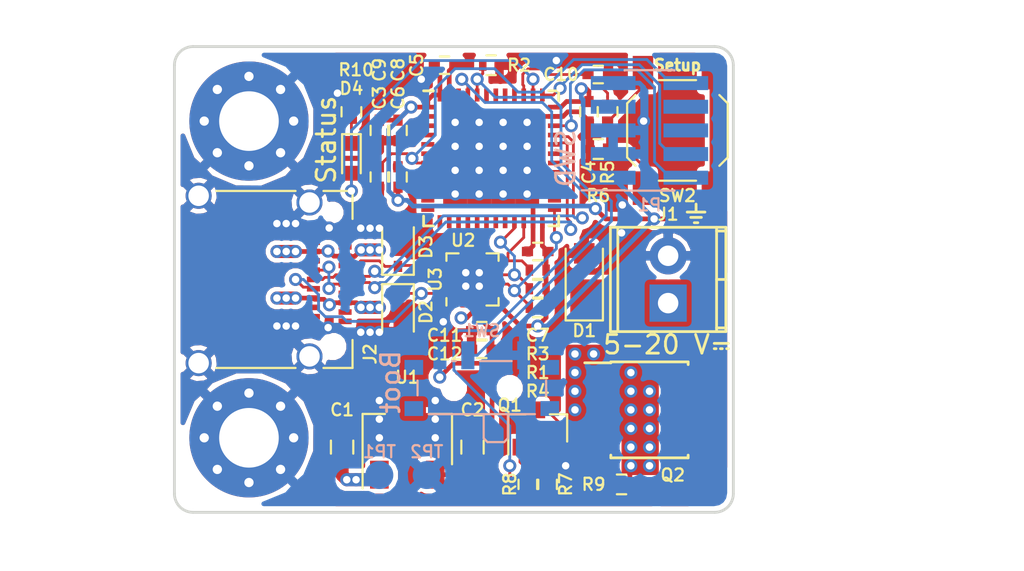
<source format=kicad_pcb>
(kicad_pcb (version 4) (host pcbnew 4.0.6)
  (title_block (title "PD Buddy Sink") (rev 0.3))
  (layers (0 F.Cu signal) (1 In1.Cu signal) (2 In2.Cu signal) (31 B.Cu signal) (34 B.Paste user) (35 F.Paste user) (36 B.SilkS user) (37 F.SilkS user) (38 B.Mask user) (39 F.Mask user) (44 Edge.Cuts user))
  (net 0 "")
  (net 1 VBUS)
  (net 2 GND)
  (net 3 +3V3)
  (net 4 /Microcontroller/nRST)
  (net 5 "/PD PHY/CC2")
  (net 6 "/PD PHY/CC1")
  (net 7 /Microcontroller/SWDIO)
  (net 8 /Microcontroller/SWCLK)
  (net 9 "Net-(Q1-Pad1)")
  (net 10 /Microcontroller/INT_N)
  (net 11 /Microcontroller/SCL)
  (net 12 /Microcontroller/SDA)
  (net 13 "Net-(R5-Pad1)")
  (net 14 /Microcontroller/OUT_CTRL)
  (net 15 "Net-(U2-Pad2)")
  (net 16 "Net-(U2-Pad3)")
  (net 17 "Net-(U2-Pad4)")
  (net 18 "Net-(U2-Pad5)")
  (net 19 "Net-(U2-Pad6)")
  (net 20 "Net-(U2-Pad10)")
  (net 21 "Net-(U2-Pad11)")
  (net 22 "Net-(U2-Pad12)")
  (net 23 "Net-(U2-Pad13)")
  (net 24 "Net-(U2-Pad14)")
  (net 25 "Net-(U2-Pad15)")
  (net 26 "Net-(U2-Pad16)")
  (net 27 "Net-(U2-Pad17)")
  (net 28 "Net-(U2-Pad18)")
  (net 29 "Net-(U2-Pad19)")
  (net 30 "Net-(U2-Pad20)")
  (net 31 "Net-(U2-Pad26)")
  (net 32 "Net-(U2-Pad27)")
  (net 33 "Net-(U2-Pad28)")
  (net 34 "Net-(U2-Pad29)")
  (net 35 "Net-(U2-Pad30)")
  (net 36 "Net-(U2-Pad40)")
  (net 37 "Net-(U2-Pad46)")
  (net 38 "Net-(D4-Pad1)")
  (net 39 /Microcontroller/D+)
  (net 40 /Microcontroller/D-)
  (net 41 /Microcontroller/SETUP)
  (net 42 "Net-(U2-Pad31)")
  (net 43 "Net-(U2-Pad41)")
  (net 44 "Net-(U2-Pad42)")
  (net 45 "Net-(U2-Pad43)")
  (net 46 "Net-(Q1-Pad3)")
  (net 47 /Output/OUT)
  (net 48 /Microcontroller/BOOT)
  (net 49 /Microcontroller/STATUS)
  (net 50 "Net-(U3-Pad12)")
  (net 51 "Net-(U3-Pad13)")
  (net 52 "Net-(P1-Pad6)")
  (net 53 "Net-(P1-Pad7)")
  (net 54 "Net-(P1-Pad8)")
  (net 55 "Net-(J2-PadA2)")
  (net 56 "Net-(J2-PadA3)")
  (net 57 "Net-(J2-PadA10)")
  (net 58 "Net-(J2-PadA8)")
  (net 59 "Net-(J2-PadA11)")
  (net 60 "Net-(J2-PadB2)")
  (net 61 "Net-(J2-PadB3)")
  (net 62 "Net-(J2-PadB8)")
  (net 63 "Net-(J2-PadB10)")
  (net 64 "Net-(J2-PadB11)")
  (module Fiducials:Fiducial_1mm_Dia_2.54mm_Outer_CopperTop (layer F.Cu) (at 110.25 81.25)
    (fp_text reference F3 hide)
    (fp_text value Fiducial_1mm_Dia_2.54mm_Outer_CopperTop)
    (pad ~ smd circle (at 0 0) (size 1 1) (layers F.Cu F.Mask) (clearance 0.77))
  )
  (module Fiducials:Fiducial_1mm_Dia_2.54mm_Outer_CopperTop (layer F.Cu) (at 89 81.25)
    (fp_text reference F2 hide)
    (fp_text value Fiducial_1mm_Dia_2.54mm_Outer_CopperTop)
    (pad ~ smd circle (at 0 0) (size 1 1) (layers F.Cu F.Mask) (clearance 0.77))
  )
  (module Housings_DFN_QFN:QFN-48-1EP_7x7mm_Pitch0.5mm (layer F.Cu) (at 98.5 63.5)
    (fp_text reference U2 (at -1.5 4.4) (layer F.SilkS) (effects (font (size 0.65 0.65) (thickness 0.12))))
    (fp_text value STM32F072C8Ux)
    (pad 1 smd rect (at -3.4 -2.75) (size 0.7 0.25) (layers F.Cu F.Paste F.Mask) (net 3 +3V3))
    (pad 2 smd rect (at -3.4 -2.25) (size 0.7 0.25) (layers F.Cu F.Paste F.Mask) (net 15 "Net-(U2-Pad2)"))
    (pad 3 smd rect (at -3.4 -1.75) (size 0.7 0.25) (layers F.Cu F.Paste F.Mask) (net 16 "Net-(U2-Pad3)"))
    (pad 4 smd rect (at -3.4 -1.25) (size 0.7 0.25) (layers F.Cu F.Paste F.Mask) (net 17 "Net-(U2-Pad4)"))
    (pad 5 smd rect (at -3.4 -0.75) (size 0.7 0.25) (layers F.Cu F.Paste F.Mask) (net 18 "Net-(U2-Pad5)"))
    (pad 6 smd rect (at -3.4 -0.25) (size 0.7 0.25) (layers F.Cu F.Paste F.Mask) (net 19 "Net-(U2-Pad6)"))
    (pad 7 smd rect (at -3.4 0.25) (size 0.7 0.25) (layers F.Cu F.Paste F.Mask) (net 4 /Microcontroller/nRST))
    (pad 8 smd rect (at -3.4 0.75) (size 0.7 0.25) (layers F.Cu F.Paste F.Mask) (net 2 GND))
    (pad 9 smd rect (at -3.4 1.25) (size 0.7 0.25) (layers F.Cu F.Paste F.Mask) (net 3 +3V3))
    (pad 10 smd rect (at -3.4 1.75) (size 0.7 0.25) (layers F.Cu F.Paste F.Mask) (net 20 "Net-(U2-Pad10)"))
    (pad 11 smd rect (at -3.4 2.25) (size 0.7 0.25) (layers F.Cu F.Paste F.Mask) (net 21 "Net-(U2-Pad11)"))
    (pad 12 smd rect (at -3.4 2.75) (size 0.7 0.25) (layers F.Cu F.Paste F.Mask) (net 22 "Net-(U2-Pad12)"))
    (pad 13 smd rect (at -2.75 3.4 90) (size 0.7 0.25) (layers F.Cu F.Paste F.Mask) (net 23 "Net-(U2-Pad13)"))
    (pad 14 smd rect (at -2.25 3.4 90) (size 0.7 0.25) (layers F.Cu F.Paste F.Mask) (net 24 "Net-(U2-Pad14)"))
    (pad 15 smd rect (at -1.75 3.4 90) (size 0.7 0.25) (layers F.Cu F.Paste F.Mask) (net 25 "Net-(U2-Pad15)"))
    (pad 16 smd rect (at -1.25 3.4 90) (size 0.7 0.25) (layers F.Cu F.Paste F.Mask) (net 26 "Net-(U2-Pad16)"))
    (pad 17 smd rect (at -0.75 3.4 90) (size 0.7 0.25) (layers F.Cu F.Paste F.Mask) (net 27 "Net-(U2-Pad17)"))
    (pad 18 smd rect (at -0.25 3.4 90) (size 0.7 0.25) (layers F.Cu F.Paste F.Mask) (net 28 "Net-(U2-Pad18)"))
    (pad 19 smd rect (at 0.25 3.4 90) (size 0.7 0.25) (layers F.Cu F.Paste F.Mask) (net 29 "Net-(U2-Pad19)"))
    (pad 20 smd rect (at 0.75 3.4 90) (size 0.7 0.25) (layers F.Cu F.Paste F.Mask) (net 30 "Net-(U2-Pad20)"))
    (pad 21 smd rect (at 1.25 3.4 90) (size 0.7 0.25) (layers F.Cu F.Paste F.Mask) (net 11 /Microcontroller/SCL))
    (pad 22 smd rect (at 1.75 3.4 90) (size 0.7 0.25) (layers F.Cu F.Paste F.Mask) (net 12 /Microcontroller/SDA))
    (pad 23 smd rect (at 2.25 3.4 90) (size 0.7 0.25) (layers F.Cu F.Paste F.Mask) (net 2 GND))
    (pad 24 smd rect (at 2.75 3.4 90) (size 0.7 0.25) (layers F.Cu F.Paste F.Mask) (net 3 +3V3))
    (pad 25 smd rect (at 3.4 2.75) (size 0.7 0.25) (layers F.Cu F.Paste F.Mask) (net 10 /Microcontroller/INT_N))
    (pad 26 smd rect (at 3.4 2.25) (size 0.7 0.25) (layers F.Cu F.Paste F.Mask) (net 31 "Net-(U2-Pad26)"))
    (pad 27 smd rect (at 3.4 1.75) (size 0.7 0.25) (layers F.Cu F.Paste F.Mask) (net 32 "Net-(U2-Pad27)"))
    (pad 28 smd rect (at 3.4 1.25) (size 0.7 0.25) (layers F.Cu F.Paste F.Mask) (net 33 "Net-(U2-Pad28)"))
    (pad 29 smd rect (at 3.4 0.75) (size 0.7 0.25) (layers F.Cu F.Paste F.Mask) (net 34 "Net-(U2-Pad29)"))
    (pad 30 smd rect (at 3.4 0.25) (size 0.7 0.25) (layers F.Cu F.Paste F.Mask) (net 35 "Net-(U2-Pad30)"))
    (pad 31 smd rect (at 3.4 -0.25) (size 0.7 0.25) (layers F.Cu F.Paste F.Mask) (net 42 "Net-(U2-Pad31)"))
    (pad 32 smd rect (at 3.4 -0.75) (size 0.7 0.25) (layers F.Cu F.Paste F.Mask) (net 40 /Microcontroller/D-))
    (pad 33 smd rect (at 3.4 -1.25) (size 0.7 0.25) (layers F.Cu F.Paste F.Mask) (net 39 /Microcontroller/D+))
    (pad 34 smd rect (at 3.4 -1.75) (size 0.7 0.25) (layers F.Cu F.Paste F.Mask) (net 7 /Microcontroller/SWDIO))
    (pad 35 smd rect (at 3.4 -2.25) (size 0.7 0.25) (layers F.Cu F.Paste F.Mask) (net 2 GND))
    (pad 36 smd rect (at 3.4 -2.75) (size 0.7 0.25) (layers F.Cu F.Paste F.Mask) (net 3 +3V3))
    (pad 37 smd rect (at 2.75 -3.4 90) (size 0.7 0.25) (layers F.Cu F.Paste F.Mask) (net 8 /Microcontroller/SWCLK))
    (pad 38 smd rect (at 2.25 -3.4 90) (size 0.7 0.25) (layers F.Cu F.Paste F.Mask) (net 49 /Microcontroller/STATUS))
    (pad 39 smd rect (at 1.75 -3.4 90) (size 0.7 0.25) (layers F.Cu F.Paste F.Mask) (net 41 /Microcontroller/SETUP))
    (pad 40 smd rect (at 1.25 -3.4 90) (size 0.7 0.25) (layers F.Cu F.Paste F.Mask) (net 36 "Net-(U2-Pad40)"))
    (pad 41 smd rect (at 0.75 -3.4 90) (size 0.7 0.25) (layers F.Cu F.Paste F.Mask) (net 43 "Net-(U2-Pad41)"))
    (pad 42 smd rect (at 0.25 -3.4 90) (size 0.7 0.25) (layers F.Cu F.Paste F.Mask) (net 44 "Net-(U2-Pad42)"))
    (pad 43 smd rect (at -0.25 -3.4 90) (size 0.7 0.25) (layers F.Cu F.Paste F.Mask) (net 45 "Net-(U2-Pad43)"))
    (pad 44 smd rect (at -0.75 -3.4 90) (size 0.7 0.25) (layers F.Cu F.Paste F.Mask) (net 48 /Microcontroller/BOOT))
    (pad 45 smd rect (at -1.25 -3.4 90) (size 0.7 0.25) (layers F.Cu F.Paste F.Mask) (net 14 /Microcontroller/OUT_CTRL))
    (pad 46 smd rect (at -1.75 -3.4 90) (size 0.7 0.25) (layers F.Cu F.Paste F.Mask) (net 37 "Net-(U2-Pad46)"))
    (pad 47 smd rect (at -2.25 -3.4 90) (size 0.7 0.25) (layers F.Cu F.Paste F.Mask) (net 2 GND))
    (pad 48 smd rect (at -2.75 -3.4 90) (size 0.7 0.25) (layers F.Cu F.Paste F.Mask) (net 3 +3V3))
    (pad 49 smd rect (at 1.93125 1.93125) (size 1.2875 1.2875) (layers F.Cu F.Paste F.Mask) (net 2 GND))
    (pad 49 smd rect (at 1.93125 0.64375) (size 1.2875 1.2875) (layers F.Cu F.Paste F.Mask) (net 2 GND))
    (pad 49 smd rect (at 1.93125 -0.64375) (size 1.2875 1.2875) (layers F.Cu F.Paste F.Mask) (net 2 GND))
    (pad 49 smd rect (at 1.93125 -1.93125) (size 1.2875 1.2875) (layers F.Cu F.Paste F.Mask) (net 2 GND))
    (pad 49 smd rect (at 0.64375 1.93125) (size 1.2875 1.2875) (layers F.Cu F.Paste F.Mask) (net 2 GND))
    (pad 49 smd rect (at 0.64375 0.64375) (size 1.2875 1.2875) (layers F.Cu F.Paste F.Mask) (net 2 GND))
    (pad 49 smd rect (at 0.64375 -0.64375) (size 1.2875 1.2875) (layers F.Cu F.Paste F.Mask) (net 2 GND))
    (pad 49 smd rect (at 0.64375 -1.93125) (size 1.2875 1.2875) (layers F.Cu F.Paste F.Mask) (net 2 GND))
    (pad 49 smd rect (at -0.64375 1.93125) (size 1.2875 1.2875) (layers F.Cu F.Paste F.Mask) (net 2 GND))
    (pad 49 smd rect (at -0.64375 0.64375) (size 1.2875 1.2875) (layers F.Cu F.Paste F.Mask) (net 2 GND))
    (pad 49 smd rect (at -0.64375 -0.64375) (size 1.2875 1.2875) (layers F.Cu F.Paste F.Mask) (net 2 GND))
    (pad 49 smd rect (at -0.64375 -1.93125) (size 1.2875 1.2875) (layers F.Cu F.Paste F.Mask) (net 2 GND))
    (pad 49 smd rect (at -1.93125 1.93125) (size 1.2875 1.2875) (layers F.Cu F.Paste F.Mask) (net 2 GND))
    (pad 49 smd rect (at -1.93125 0.64375) (size 1.2875 1.2875) (layers F.Cu F.Paste F.Mask) (net 2 GND))
    (pad 49 smd rect (at -1.93125 -0.64375) (size 1.2875 1.2875) (layers F.Cu F.Paste F.Mask) (net 2 GND))
    (pad 49 smd rect (at -1.93125 -1.93125) (size 1.2875 1.2875) (layers F.Cu F.Paste F.Mask) (net 2 GND))
  )
  (module Connectors_Terminal_Blocks:TerminalBlock_Pheonix_MPT-2.54mm_2pol (layer F.Cu) (at 108 71.27 90)
    (fp_text reference J1 (at 4.77 0 180) (layer F.SilkS) (effects (font (size 0.65 0.65) (thickness 0.12))))
    (fp_text value "5-20 V⎓" (at -2.23 0 180) (layer F.SilkS))
    (pad 2 thru_hole oval (at 2.54 0 90) (size 1.99898 1.99898) (drill 1.09728) (layers *.Cu *.Mask) (net 2 GND))
    (pad 1 thru_hole rect (at 0 0 90) (size 1.99898 1.99898) (drill 1.09728) (layers *.Cu *.Mask) (net 47 /Output/OUT))
  )
  (module Housings_SOIC:SOIC-8_3.9x4.9mm_Pitch1.27mm (layer F.Cu) (at 107 77)
    (fp_text reference Q2 (at 1.25 3.5) (layer F.SilkS) (effects (font (size 0.65 0.65) (thickness 0.12))))
    (fp_text value DMP4015SSS)
    (pad 1 smd rect (at -2.7 -1.905) (size 1.55 0.6) (layers F.Cu F.Paste F.Mask) (net 1 VBUS))
    (pad 2 smd rect (at -2.7 -0.635) (size 1.55 0.6) (layers F.Cu F.Paste F.Mask) (net 1 VBUS))
    (pad 3 smd rect (at -2.7 0.635) (size 1.55 0.6) (layers F.Cu F.Paste F.Mask) (net 1 VBUS))
    (pad 4 smd rect (at -2.7 1.905) (size 1.55 0.6) (layers F.Cu F.Paste F.Mask) (net 46 "Net-(Q1-Pad3)"))
    (pad 5 smd rect (at 2.7 1.905) (size 1.55 0.6) (layers F.Cu F.Paste F.Mask) (net 47 /Output/OUT))
    (pad 6 smd rect (at 2.7 0.635) (size 1.55 0.6) (layers F.Cu F.Paste F.Mask) (net 47 /Output/OUT))
    (pad 7 smd rect (at 2.7 -0.635) (size 1.55 0.6) (layers F.Cu F.Paste F.Mask) (net 47 /Output/OUT))
    (pad 8 smd rect (at 2.7 -1.905) (size 1.55 0.6) (layers F.Cu F.Paste F.Mask) (net 47 /Output/OUT))
  )
  (module TO_SOT_Packages_SMD:SOT-23 (layer F.Cu) (at 101 78 90)
    (fp_text reference Q1 (at 1.25 -1.5 180) (layer F.SilkS) (effects (font (size 0.65 0.65) (thickness 0.12))))
    (fp_text value MMBT2222ALT1G)
    (pad 1 smd rect (at -1 -0.95 90) (size 0.9 0.8) (layers F.Cu F.Paste F.Mask) (net 9 "Net-(Q1-Pad1)"))
    (pad 2 smd rect (at -1 0.95 90) (size 0.9 0.8) (layers F.Cu F.Paste F.Mask) (net 2 GND))
    (pad 3 smd rect (at 1 0 90) (size 0.9 0.8) (layers F.Cu F.Paste F.Mask) (net 46 "Net-(Q1-Pad3)"))
  )
  (module TO_SOT_Packages_SMD:SOT89-3_Housing (layer F.Cu) (at 94 79 90)
    (fp_text reference U1 (at 3.75 0 180) (layer F.SilkS) (effects (font (size 0.65 0.65) (thickness 0.12))))
    (fp_text value AP2204R-3.3TRG1)
    (pad 1 smd rect (at -1.48 -1.5) (size 1 1.5) (layers F.Cu F.Paste F.Mask) (net 1 VBUS))
    (pad 2 smd rect (at -1.48 0) (size 1 1.5) (layers F.Cu F.Paste F.Mask) (net 2 GND))
    (pad 3 smd rect (at -1.48 1.5) (size 1 1.5) (layers F.Cu F.Paste F.Mask) (net 3 +3V3))
    (pad 2 smd rect (at 1.48 0) (size 2 3) (layers F.Cu F.Paste F.Mask) (net 2 GND))
    (pad 2 smd trapezoid (at -0.37 0 180) (size 1.5 0.75) (rect_delta 0 0.5) (layers F.Cu F.Paste F.Mask) (net 2 GND))
  )
  (module Buttons_Switches_SMD:SW_SPST_SKQG (layer F.Cu) (at 108.5 62 270)
    (fp_text reference SW2 (at 3.5 0 360) (layer F.SilkS) (effects (font (size 0.65 0.65) (thickness 0.12))))
    (fp_text value Setup (at -3.5 0 360) (layer F.SilkS) (effects (font (size 0.6 0.6))))
    (pad 1 smd rect (at -3.1 -1.85 270) (size 1.8 1.1) (layers F.Cu F.Paste F.Mask) (net 3 +3V3))
    (pad 1 smd rect (at 3.1 -1.85 270) (size 1.8 1.1) (layers F.Cu F.Paste F.Mask) (net 3 +3V3))
    (pad 2 smd rect (at -3.1 1.85 270) (size 1.8 1.1) (layers F.Cu F.Paste F.Mask) (net 13 "Net-(R5-Pad1)"))
    (pad 2 smd rect (at 3.1 1.85 270) (size 1.8 1.1) (layers F.Cu F.Paste F.Mask) (net 13 "Net-(R5-Pad1)"))
  )
  (module Diodes_SMD:D_SOD-123F (layer F.Cu) (at 103.5 70 90)
    (fp_text reference D1 (at -2.75 0 180) (layer F.SilkS) (effects (font (size 0.65 0.65) (thickness 0.12))))
    (fp_text value SS14FL)
    (pad 1 smd rect (at -1.4 0 90) (size 1.1 1.1) (layers F.Cu F.Paste F.Mask) (net 47 /Output/OUT))
    (pad 2 smd rect (at 1.4 0 90) (size 1.1 1.1) (layers F.Cu F.Paste F.Mask) (net 2 GND))
  )
  (module pd-buddy:SW_SPDT_PCM12_NOPASTE (layer B.Cu) (at 98 75.5 180)
    (fp_text reference SW1 (at 0 2.75 180) (layer B.SilkS) (effects (font (size 0.65 0.65) (thickness 0.12)) (justify mirror)))
    (fp_text value Boot (at 4.9 0 450) (layer B.SilkS) (effects (justify mirror)))
    (pad "" np_thru_hole circle (at -1.5 -0.33 180) (size 0.9 0.9) (drill 0.9) (layers *.Cu *.Mask))
    (pad "" np_thru_hole circle (at 1.5 -0.33 180) (size 0.9 0.9) (drill 0.9) (layers *.Cu *.Mask))
    (pad 1 smd rect (at -2.25 1.43 180) (size 0.7 1.5) (layers B.Cu B.Mask) (net 2 GND))
    (pad 2 smd rect (at 0.75 1.43 180) (size 0.7 1.5) (layers B.Cu B.Mask) (net 48 /Microcontroller/BOOT))
    (pad 3 smd rect (at 2.25 1.43 180) (size 0.7 1.5) (layers B.Cu B.Mask) (net 3 +3V3))
    (pad "" smd rect (at -3.65 -1.43 180) (size 1 0.8) (layers B.Cu B.Mask))
    (pad "" smd rect (at 3.65 -1.43 180) (size 1 0.8) (layers B.Cu B.Mask))
    (pad "" smd rect (at 3.65 0.78 180) (size 1 0.8) (layers B.Cu B.Mask))
    (pad "" smd rect (at -3.65 0.78 180) (size 1 0.8) (layers B.Cu B.Mask))
  )
  (module Capacitors_SMD:C_0603 (layer F.Cu) (at 90.5 79 90)
    (fp_text reference C1 (at 2 0 180) (layer F.SilkS) (effects (font (size 0.65 0.65) (thickness 0.12))))
    (fp_text value "1.0μF 25V")
    (pad 1 smd rect (at -0.75 0 90) (size 0.8 0.75) (layers F.Cu F.Paste F.Mask) (net 1 VBUS))
    (pad 2 smd rect (at 0.75 0 90) (size 0.8 0.75) (layers F.Cu F.Paste F.Mask) (net 2 GND))
  )
  (module Capacitors_SMD:C_0603 (layer F.Cu) (at 97.5 79 90)
    (fp_text reference C2 (at 2 0 180) (layer F.SilkS) (effects (font (size 0.65 0.65) (thickness 0.12))))
    (fp_text value 2.2μF)
    (pad 1 smd rect (at -0.75 0 90) (size 0.8 0.75) (layers F.Cu F.Paste F.Mask) (net 3 +3V3))
    (pad 2 smd rect (at 0.75 0 90) (size 0.8 0.75) (layers F.Cu F.Paste F.Mask) (net 2 GND))
  )
  (module Capacitors_SMD:C_0402 (layer F.Cu) (at 92.5 64.5 90)
    (fp_text reference C3 (at 4.25 0 90) (layer F.SilkS) (effects (font (size 0.65 0.65) (thickness 0.12))))
    (fp_text value 0.1μF)
    (pad 1 smd rect (at -0.55 0 90) (size 0.6 0.5) (layers F.Cu F.Paste F.Mask) (net 2 GND))
    (pad 2 smd rect (at 0.55 0 90) (size 0.6 0.5) (layers F.Cu F.Paste F.Mask) (net 4 /Microcontroller/nRST))
  )
  (module Capacitors_SMD:C_0402 (layer F.Cu) (at 103.75 61 270)
    (fp_text reference C4 (at 3.25 0 270) (layer F.SilkS) (effects (font (size 0.65 0.65) (thickness 0.12))))
    (fp_text value 0.1μF)
    (pad 1 smd rect (at -0.55 0 270) (size 0.6 0.5) (layers F.Cu F.Paste F.Mask) (net 3 +3V3))
    (pad 2 smd rect (at 0.55 0 270) (size 0.6 0.5) (layers F.Cu F.Paste F.Mask) (net 2 GND))
  )
  (module Capacitors_SMD:C_0402 (layer F.Cu) (at 96 58.5)
    (fp_text reference C5 (at -1.5 0 90) (layer F.SilkS) (effects (font (size 0.65 0.65) (thickness 0.12))))
    (fp_text value 0.1μF)
    (pad 1 smd rect (at -0.55 0) (size 0.6 0.5) (layers F.Cu F.Paste F.Mask) (net 3 +3V3))
    (pad 2 smd rect (at 0.55 0) (size 0.6 0.5) (layers F.Cu F.Paste F.Mask) (net 2 GND))
  )
  (module Capacitors_SMD:C_0402 (layer F.Cu) (at 93.5 64.5 90)
    (fp_text reference C6 (at 4.25 0 90) (layer F.SilkS) (effects (font (size 0.65 0.65) (thickness 0.12))))
    (fp_text value 0.1μF)
    (pad 1 smd rect (at -0.55 0 90) (size 0.6 0.5) (layers F.Cu F.Paste F.Mask) (net 3 +3V3))
    (pad 2 smd rect (at 0.55 0 90) (size 0.6 0.5) (layers F.Cu F.Paste F.Mask) (net 2 GND))
  )
  (module Capacitors_SMD:C_0402 (layer F.Cu) (at 101 68.5 180)
    (fp_text reference C7 (at 0 -4.5 180) (layer F.SilkS) (effects (font (size 0.65 0.65) (thickness 0.12))))
    (fp_text value 0.1μF)
    (pad 1 smd rect (at -0.55 0 180) (size 0.6 0.5) (layers F.Cu F.Paste F.Mask) (net 3 +3V3))
    (pad 2 smd rect (at 0.55 0 180) (size 0.6 0.5) (layers F.Cu F.Paste F.Mask) (net 2 GND))
  )
  (module Capacitors_SMD:C_0402 (layer F.Cu) (at 93.5 62 270)
    (fp_text reference C8 (at -3.25 0 270) (layer F.SilkS) (effects (font (size 0.65 0.65) (thickness 0.12))))
    (fp_text value 0.1μF)
    (pad 1 smd rect (at -0.55 0 270) (size 0.6 0.5) (layers F.Cu F.Paste F.Mask) (net 3 +3V3))
    (pad 2 smd rect (at 0.55 0 270) (size 0.6 0.5) (layers F.Cu F.Paste F.Mask) (net 2 GND))
  )
  (module Capacitors_SMD:C_0402 (layer F.Cu) (at 92.5 62 270)
    (fp_text reference C9 (at -3.25 0 270) (layer F.SilkS) (effects (font (size 0.65 0.65) (thickness 0.12))))
    (fp_text value 1μF)
    (pad 1 smd rect (at -0.55 0 270) (size 0.6 0.5) (layers F.Cu F.Paste F.Mask) (net 3 +3V3))
    (pad 2 smd rect (at 0.55 0 270) (size 0.6 0.5) (layers F.Cu F.Paste F.Mask) (net 2 GND))
  )
  (module Capacitors_SMD:C_0402 (layer F.Cu) (at 104.25 59)
    (fp_text reference C10 (at -2 0) (layer F.SilkS) (effects (font (size 0.65 0.65) (thickness 0.12))))
    (fp_text value 0.1μF)
    (pad 1 smd rect (at -0.55 0) (size 0.6 0.5) (layers F.Cu F.Paste F.Mask) (net 41 /Microcontroller/SETUP))
    (pad 2 smd rect (at 0.55 0) (size 0.6 0.5) (layers F.Cu F.Paste F.Mask) (net 2 GND))
  )
  (module Capacitors_SMD:C_0402 (layer F.Cu) (at 98 72.75 180)
    (fp_text reference C11 (at 2 -0.25 180) (layer F.SilkS) (effects (font (size 0.65 0.65) (thickness 0.12))))
    (fp_text value 0.1μF)
    (pad 1 smd rect (at -0.55 0 180) (size 0.6 0.5) (layers F.Cu F.Paste F.Mask) (net 3 +3V3))
    (pad 2 smd rect (at 0.55 0 180) (size 0.6 0.5) (layers F.Cu F.Paste F.Mask) (net 2 GND))
  )
  (module Capacitors_SMD:C_0402 (layer F.Cu) (at 98 73.75 180)
    (fp_text reference C12 (at 2 -0.25 180) (layer F.SilkS) (effects (font (size 0.65 0.65) (thickness 0.12))))
    (fp_text value 1μF)
    (pad 1 smd rect (at -0.55 0 180) (size 0.6 0.5) (layers F.Cu F.Paste F.Mask) (net 3 +3V3))
    (pad 2 smd rect (at 0.55 0 180) (size 0.6 0.5) (layers F.Cu F.Paste F.Mask) (net 2 GND))
  )
  (module LEDs:LED_0603 (layer F.Cu) (at 91 63.5 270)
    (fp_text reference D4 (at -3.75 0 360) (layer F.SilkS) (effects (font (size 0.65 0.65) (thickness 0.12))))
    (fp_text value Status (at -1 1.35 270) (layer F.SilkS))
    (pad 2 smd rect (at 0.8 0 90) (size 0.8 0.8) (layers F.Cu F.Paste F.Mask) (net 49 /Microcontroller/STATUS))
    (pad 1 smd rect (at -0.8 0 90) (size 0.8 0.8) (layers F.Cu F.Paste F.Mask) (net 38 "Net-(D4-Pad1)"))
  )
  (module Resistors_SMD:R_0402 (layer F.Cu) (at 101 70.5)
    (fp_text reference R1 (at 0 4.5) (layer F.SilkS) (effects (font (size 0.65 0.65) (thickness 0.12))))
    (fp_text value 2kΩ)
    (pad 1 smd rect (at -0.45 0) (size 0.4 0.6) (layers F.Cu F.Paste F.Mask) (net 11 /Microcontroller/SCL))
    (pad 2 smd rect (at 0.45 0) (size 0.4 0.6) (layers F.Cu F.Paste F.Mask) (net 3 +3V3))
  )
  (module Resistors_SMD:R_0402 (layer F.Cu) (at 98.5 58.5 180)
    (fp_text reference R2 (at -1.5 0 180) (layer F.SilkS) (effects (font (size 0.65 0.65) (thickness 0.12))))
    (fp_text value 10kΩ)
    (pad 1 smd rect (at -0.45 0 180) (size 0.4 0.6) (layers F.Cu F.Paste F.Mask) (net 2 GND))
    (pad 2 smd rect (at 0.45 0 180) (size 0.4 0.6) (layers F.Cu F.Paste F.Mask) (net 48 /Microcontroller/BOOT))
  )
  (module Resistors_SMD:R_0402 (layer F.Cu) (at 101 69.5)
    (fp_text reference R3 (at 0 4.5) (layer F.SilkS) (effects (font (size 0.65 0.65) (thickness 0.12))))
    (fp_text value 2kΩ)
    (pad 1 smd rect (at -0.45 0) (size 0.4 0.6) (layers F.Cu F.Paste F.Mask) (net 12 /Microcontroller/SDA))
    (pad 2 smd rect (at 0.45 0) (size 0.4 0.6) (layers F.Cu F.Paste F.Mask) (net 3 +3V3))
  )
  (module Resistors_SMD:R_0402 (layer F.Cu) (at 101 71.5)
    (fp_text reference R4 (at 0 4.5) (layer F.SilkS) (effects (font (size 0.65 0.65) (thickness 0.12))))
    (fp_text value 2kΩ)
    (pad 1 smd rect (at -0.45 0) (size 0.4 0.6) (layers F.Cu F.Paste F.Mask) (net 10 /Microcontroller/INT_N))
    (pad 2 smd rect (at 0.45 0) (size 0.4 0.6) (layers F.Cu F.Paste F.Mask) (net 3 +3V3))
  )
  (module Resistors_SMD:R_0402 (layer F.Cu) (at 104.75 61 90)
    (fp_text reference R5 (at -3.25 0 90) (layer F.SilkS) (effects (font (size 0.65 0.65) (thickness 0.12))))
    (fp_text value 10kΩ)
    (pad 1 smd rect (at -0.45 0 90) (size 0.4 0.6) (layers F.Cu F.Paste F.Mask) (net 13 "Net-(R5-Pad1)"))
    (pad 2 smd rect (at 0.45 0 90) (size 0.4 0.6) (layers F.Cu F.Paste F.Mask) (net 41 /Microcontroller/SETUP))
  )
  (module Resistors_SMD:R_0402 (layer F.Cu) (at 104.25 63 180)
    (fp_text reference R6 (at 0 -2.5 180) (layer F.SilkS) (effects (font (size 0.65 0.65) (thickness 0.12))))
    (fp_text value 10kΩ)
    (pad 1 smd rect (at -0.45 0 180) (size 0.4 0.6) (layers F.Cu F.Paste F.Mask) (net 13 "Net-(R5-Pad1)"))
    (pad 2 smd rect (at 0.45 0 180) (size 0.4 0.6) (layers F.Cu F.Paste F.Mask) (net 2 GND))
  )
  (module Resistors_SMD:R_0402 (layer F.Cu) (at 101.5 81 90)
    (fp_text reference R7 (at 0 1 90) (layer F.SilkS) (effects (font (size 0.65 0.65) (thickness 0.12))))
    (fp_text value 10kΩ)
    (pad 1 smd rect (at -0.45 0 90) (size 0.4 0.6) (layers F.Cu F.Paste F.Mask) (net 14 /Microcontroller/OUT_CTRL))
    (pad 2 smd rect (at 0.45 0 90) (size 0.4 0.6) (layers F.Cu F.Paste F.Mask) (net 2 GND))
  )
  (module Resistors_SMD:R_0402 (layer F.Cu) (at 100.5 81 90)
    (fp_text reference R8 (at 0 -1 90) (layer F.SilkS) (effects (font (size 0.65 0.65) (thickness 0.12))))
    (fp_text value 2kΩ)
    (pad 1 smd rect (at -0.45 0 90) (size 0.4 0.6) (layers F.Cu F.Paste F.Mask) (net 14 /Microcontroller/OUT_CTRL))
    (pad 2 smd rect (at 0.45 0 90) (size 0.4 0.6) (layers F.Cu F.Paste F.Mask) (net 9 "Net-(Q1-Pad1)"))
  )
  (module Resistors_SMD:R_0402 (layer F.Cu) (at 91 61 90)
    (fp_text reference R10 (at 2.25 0.25 180) (layer F.SilkS) (effects (font (size 0.65 0.65) (thickness 0.12))))
    (fp_text value 220Ω)
    (pad 1 smd rect (at -0.45 0 90) (size 0.4 0.6) (layers F.Cu F.Paste F.Mask) (net 38 "Net-(D4-Pad1)"))
    (pad 2 smd rect (at 0.45 0 90) (size 0.4 0.6) (layers F.Cu F.Paste F.Mask) (net 2 GND))
  )
  (module Mounting_Holes:MountingHole_3.2mm_M3_Pad_Via (layer F.Cu) (at 85.5 78.5 90)
    (fp_text reference MK1)
    (fp_text value M3)
    (pad 1 thru_hole circle (at 0 0 90) (size 6.4 6.4) (drill 3.2) (layers *.Cu *.Mask) (net 2 GND))
    (pad "" thru_hole circle (at 2.4 0 90) (size 0.6 0.6) (drill 0.5) (layers *.Cu *.Mask))
    (pad "" thru_hole circle (at 1.697056 1.697056 90) (size 0.6 0.6) (drill 0.5) (layers *.Cu *.Mask))
    (pad "" thru_hole circle (at 0 2.4 90) (size 0.6 0.6) (drill 0.5) (layers *.Cu *.Mask))
    (pad "" thru_hole circle (at -1.697056 1.697056 90) (size 0.6 0.6) (drill 0.5) (layers *.Cu *.Mask))
    (pad "" thru_hole circle (at -2.4 0 90) (size 0.6 0.6) (drill 0.5) (layers *.Cu *.Mask))
    (pad "" thru_hole circle (at -1.697056 -1.697056 90) (size 0.6 0.6) (drill 0.5) (layers *.Cu *.Mask))
    (pad "" thru_hole circle (at 0 -2.4 90) (size 0.6 0.6) (drill 0.5) (layers *.Cu *.Mask))
    (pad "" thru_hole circle (at 1.697056 -1.697056 90) (size 0.6 0.6) (drill 0.5) (layers *.Cu *.Mask))
  )
  (module Mounting_Holes:MountingHole_3.2mm_M3_Pad_Via (layer F.Cu) (at 85.5 61.5 90)
    (fp_text reference MK2)
    (fp_text value M3)
    (pad 1 thru_hole circle (at 0 0 90) (size 6.4 6.4) (drill 3.2) (layers *.Cu *.Mask) (net 2 GND))
    (pad "" thru_hole circle (at 2.4 0 90) (size 0.6 0.6) (drill 0.5) (layers *.Cu *.Mask))
    (pad "" thru_hole circle (at 1.697056 1.697056 90) (size 0.6 0.6) (drill 0.5) (layers *.Cu *.Mask))
    (pad "" thru_hole circle (at 0 2.4 90) (size 0.6 0.6) (drill 0.5) (layers *.Cu *.Mask))
    (pad "" thru_hole circle (at -1.697056 1.697056 90) (size 0.6 0.6) (drill 0.5) (layers *.Cu *.Mask))
    (pad "" thru_hole circle (at -2.4 0 90) (size 0.6 0.6) (drill 0.5) (layers *.Cu *.Mask))
    (pad "" thru_hole circle (at -1.697056 -1.697056 90) (size 0.6 0.6) (drill 0.5) (layers *.Cu *.Mask))
    (pad "" thru_hole circle (at 0 -2.4 90) (size 0.6 0.6) (drill 0.5) (layers *.Cu *.Mask))
    (pad "" thru_hole circle (at 1.697056 -1.697056 90) (size 0.6 0.6) (drill 0.5) (layers *.Cu *.Mask))
  )
  (module Resistors_SMD:R_0402 (layer F.Cu) (at 105.5 81 180)
    (fp_text reference R9 (at 1.5 0 180) (layer F.SilkS) (effects (font (size 0.65 0.65) (thickness 0.12))))
    (fp_text value 100kΩ)
    (pad 1 smd rect (at -0.45 0 180) (size 0.4 0.6) (layers F.Cu F.Paste F.Mask) (net 1 VBUS))
    (pad 2 smd rect (at 0.45 0 180) (size 0.4 0.6) (layers F.Cu F.Paste F.Mask) (net 46 "Net-(Q1-Pad3)"))
  )
  (module Measurement_Points:Measurement_Point_Round-SMD-Pad_Small (layer B.Cu) (at 92.5 80.5)
    (fp_text reference TP1 (at 0 -1.25) (layer B.SilkS) (effects (font (size 0.65 0.65) (thickness 0.12)) (justify mirror)))
    (fp_text value VBUS)
    (pad 1 smd circle (at 0 0) (size 1.5 1.5) (layers B.Cu B.Mask) (net 1 VBUS))
  )
  (module Measurement_Points:Measurement_Point_Round-SMD-Pad_Small (layer B.Cu) (at 95.04 80.5)
    (fp_text reference TP2 (at 0 -1.25) (layer B.SilkS) (effects (font (size 0.65 0.65) (thickness 0.12)) (justify mirror)))
    (fp_text value GND)
    (pad 1 smd circle (at 0 0) (size 1.5 1.5) (layers B.Cu B.Mask) (net 2 GND))
  )
  (module Fiducials:Fiducial_1mm_Dia_2.54mm_Outer_CopperTop (layer F.Cu) (at 89 58.75)
    (fp_text reference F1 hide)
    (fp_text value Fiducial_1mm_Dia_2.54mm_Outer_CopperTop)
    (pad ~ smd circle (at 0 0) (size 1 1) (layers F.Cu F.Mask) (clearance 0.77))
  )
  (module Housings_DFN_QFN:Fairchild_MLP14D (layer F.Cu) (at 97.5 70 90)
    (fp_text reference U3 (at 0 -2 90) (layer F.SilkS) (effects (font (size 0.65 0.65) (thickness 0.12))))
    (fp_text value FUSB302BMPX)
    (pad 2 smd rect (at -1.215 0 90) (size 0.58 0.3) (layers F.Cu F.Paste F.Mask) (net 1 VBUS))
    (pad 1 smd rect (at -1.215 -0.5 90) (size 0.58 0.3) (layers F.Cu F.Paste F.Mask) (net 5 "/PD PHY/CC2"))
    (pad 3 smd rect (at -1.215 0.5 90) (size 0.58 0.3) (layers F.Cu F.Paste F.Mask) (net 3 +3V3))
    (pad 8 smd rect (at 1.215 0.5 90) (size 0.58 0.3) (layers F.Cu F.Paste F.Mask) (net 2 GND))
    (pad 10 smd rect (at 1.215 -0.5 90) (size 0.58 0.3) (layers F.Cu F.Paste F.Mask) (net 6 "/PD PHY/CC1"))
    (pad 9 smd rect (at 1.215 0 90) (size 0.58 0.3) (layers F.Cu F.Paste F.Mask) (net 2 GND))
    (pad 4 smd rect (at -0.75 1.215 90) (size 0.3 0.58) (layers F.Cu F.Paste F.Mask) (net 3 +3V3))
    (pad 5 smd rect (at -0.25 1.215 90) (size 0.3 0.58) (layers F.Cu F.Paste F.Mask) (net 10 /Microcontroller/INT_N))
    (pad 6 smd rect (at 0.25 1.215 90) (size 0.3 0.58) (layers F.Cu F.Paste F.Mask) (net 11 /Microcontroller/SCL))
    (pad 7 smd rect (at 0.75 1.215 90) (size 0.3 0.58) (layers F.Cu F.Paste F.Mask) (net 12 /Microcontroller/SDA))
    (pad 11 smd rect (at 0.75 -1.215 90) (size 0.3 0.58) (layers F.Cu F.Paste F.Mask) (net 6 "/PD PHY/CC1"))
    (pad 12 smd rect (at 0.25 -1.215 90) (size 0.3 0.58) (layers F.Cu F.Paste F.Mask) (net 50 "Net-(U3-Pad12)"))
    (pad 13 smd rect (at -0.25 -1.215 90) (size 0.3 0.58) (layers F.Cu F.Paste F.Mask) (net 51 "Net-(U3-Pad13)"))
    (pad 14 smd rect (at -0.75 -1.215 90) (size 0.3 0.58) (layers F.Cu F.Paste F.Mask) (net 5 "/PD PHY/CC2"))
    (pad 15 smd rect (at -0.3625 0.3625 90) (size 0.725 0.725) (layers F.Cu F.Paste F.Mask) (net 2 GND))
    (pad 15 smd rect (at 0.3625 0.3625 90) (size 0.725 0.725) (layers F.Cu F.Paste F.Mask) (net 2 GND))
    (pad 15 smd rect (at -0.3625 -0.3625 90) (size 0.725 0.725) (layers F.Cu F.Paste F.Mask) (net 2 GND))
    (pad 15 smd rect (at 0.3625 -0.3625 90) (size 0.725 0.725) (layers F.Cu F.Paste F.Mask) (net 2 GND))
  )
  (module pd-buddy:Pin_Header_Straight_2x05_Pitch1.27mm_SMD_NOPASTE (layer B.Cu) (at 107 62)
    (fp_text reference P1 (at 0 4) (layer B.SilkS) (effects (font (size 0.65 0.65) (thickness 0.12)) (justify mirror)))
    (fp_text value SWD (at -4.5 1.5 90) (layer B.SilkS) (effects (justify mirror)))
    (pad 1 smd rect (at -1.95 2.54) (size 2.4 0.75) (layers B.Cu B.Mask) (net 3 +3V3))
    (pad 2 smd rect (at 1.95 2.54) (size 2.4 0.75) (layers B.Cu B.Mask) (net 7 /Microcontroller/SWDIO))
    (pad 3 smd rect (at -1.95 1.27) (size 2.4 0.75) (layers B.Cu B.Mask) (net 2 GND))
    (pad 4 smd rect (at 1.95 1.27) (size 2.4 0.75) (layers B.Cu B.Mask) (net 8 /Microcontroller/SWCLK))
    (pad 5 smd rect (at -1.95 0) (size 2.4 0.75) (layers B.Cu B.Mask) (net 2 GND))
    (pad 6 smd rect (at 1.95 0) (size 2.4 0.75) (layers B.Cu B.Mask) (net 52 "Net-(P1-Pad6)"))
    (pad 7 smd rect (at -1.95 -1.27) (size 2.4 0.75) (layers B.Cu B.Mask) (net 53 "Net-(P1-Pad7)"))
    (pad 8 smd rect (at 1.95 -1.27) (size 2.4 0.75) (layers B.Cu B.Mask) (net 54 "Net-(P1-Pad8)"))
    (pad 9 smd rect (at -1.95 -2.54) (size 2.4 0.75) (layers B.Cu B.Mask) (net 2 GND))
    (pad 10 smd rect (at 1.95 -2.54) (size 2.4 0.75) (layers B.Cu B.Mask) (net 4 /Microcontroller/nRST))
  )
  (module pd-buddy:Amphenol-12401610E4#2A (layer F.Cu) (at 90 70 270)
    (fp_text reference J2 (at 4 -2 270) (layer F.SilkS) (effects (font (size 0.65 0.65) (thickness 0.12))))
    (fp_text value USB_C_Receptacle)
    (pad S1 thru_hole circle (at -4.13 1.25 270) (size 1.4 1.4) (drill 1.1) (layers *.Cu *.Mask) (net 2 GND))
    (pad A1 smd rect (at -2.75 -0.66 270) (size 0.3 0.7) (layers F.Cu F.Paste F.Mask) (net 2 GND))
    (pad A2 smd rect (at -2.25 -0.66 270) (size 0.3 0.7) (layers F.Cu F.Paste F.Mask) (net 55 "Net-(J2-PadA2)"))
    (pad A3 smd rect (at -1.75 -0.66 270) (size 0.3 0.7) (layers F.Cu F.Paste F.Mask) (net 56 "Net-(J2-PadA3)"))
    (pad A4 smd rect (at -1.25 -0.66 270) (size 0.3 0.7) (layers F.Cu F.Paste F.Mask) (net 1 VBUS))
    (pad A5 smd rect (at -0.75 -0.66 270) (size 0.3 0.7) (layers F.Cu F.Paste F.Mask) (net 6 "/PD PHY/CC1"))
    (pad A6 smd rect (at -0.25 -0.66 270) (size 0.3 0.7) (layers F.Cu F.Paste F.Mask) (net 39 /Microcontroller/D+))
    (pad A7 smd rect (at 0.25 -0.66 270) (size 0.3 0.7) (layers F.Cu F.Paste F.Mask) (net 40 /Microcontroller/D-))
    (pad A12 smd rect (at 2.75 -0.66 270) (size 0.3 0.7) (layers F.Cu F.Paste F.Mask) (net 2 GND))
    (pad A10 smd rect (at 1.75 -0.66 270) (size 0.3 0.7) (layers F.Cu F.Paste F.Mask) (net 57 "Net-(J2-PadA10)"))
    (pad A9 smd rect (at 1.25 -0.66 270) (size 0.3 0.7) (layers F.Cu F.Paste F.Mask) (net 1 VBUS))
    (pad A8 smd rect (at 0.75 -0.66 270) (size 0.3 0.7) (layers F.Cu F.Paste F.Mask) (net 58 "Net-(J2-PadA8)"))
    (pad A11 smd rect (at 2.25 -0.66 270) (size 0.3 0.7) (layers F.Cu F.Paste F.Mask) (net 59 "Net-(J2-PadA11)"))
    (pad B1 smd rect (at 2.5 1.04 270) (size 0.3 0.7) (layers F.Cu F.Paste F.Mask) (net 2 GND))
    (pad S1 thru_hole circle (at 4.13 1.25 270) (size 1.4 1.4) (drill 1.1) (layers *.Cu *.Mask) (net 2 GND))
    (pad S1 thru_hole circle (at 4.49 7.2 270) (size 1.4 1.4) (drill 1.1) (layers *.Cu *.Mask) (net 2 GND))
    (pad S1 thru_hole circle (at -4.49 7.2 270) (size 1.4 1.4) (drill 1.1) (layers *.Cu *.Mask) (net 2 GND))
    (pad "" np_thru_hole circle (at 3.6 0 270) (size 0.95 0.95) (drill 0.95) (layers *.Cu *.Mask))
    (pad "" np_thru_hole circle (at -3.6 0 270) (size 0.65 0.65) (drill 0.65) (layers *.Cu *.Mask))
    (pad B2 smd rect (at 2 1.04 270) (size 0.3 0.7) (layers F.Cu F.Paste F.Mask) (net 60 "Net-(J2-PadB2)"))
    (pad B3 smd rect (at 1.5 1.04 270) (size 0.3 0.7) (layers F.Cu F.Paste F.Mask) (net 61 "Net-(J2-PadB3)"))
    (pad B4 smd rect (at 1 1.04 270) (size 0.3 0.7) (layers F.Cu F.Paste F.Mask) (net 1 VBUS))
    (pad B5 smd rect (at 0.5 1.04 270) (size 0.3 0.7) (layers F.Cu F.Paste F.Mask) (net 5 "/PD PHY/CC2"))
    (pad B6 smd rect (at 0 1.04 270) (size 0.3 0.7) (layers F.Cu F.Paste F.Mask) (net 39 /Microcontroller/D+))
    (pad B7 smd rect (at -0.5 1.04 270) (size 0.3 0.7) (layers F.Cu F.Paste F.Mask) (net 40 /Microcontroller/D-))
    (pad B8 smd rect (at -1 1.04 270) (size 0.3 0.7) (layers F.Cu F.Paste F.Mask) (net 62 "Net-(J2-PadB8)"))
    (pad B9 smd rect (at -1.5 1.04 270) (size 0.3 0.7) (layers F.Cu F.Paste F.Mask) (net 1 VBUS))
    (pad B10 smd rect (at -2 1.04 270) (size 0.3 0.7) (layers F.Cu F.Paste F.Mask) (net 63 "Net-(J2-PadB10)"))
    (pad B11 smd rect (at -2.5 1.04 270) (size 0.3 0.7) (layers F.Cu F.Paste F.Mask) (net 64 "Net-(J2-PadB11)"))
    (pad B12 smd rect (at -3 1.04 270) (size 0.3 0.7) (layers F.Cu F.Paste F.Mask) (net 2 GND))
  )
  (module Diodes_SMD:D_SOD-323 (layer F.Cu) (at 93.5 71.75 270)
    (fp_text reference D2 (at 0 -1.5 270) (layer F.SilkS) (effects (font (size 0.65 0.65) (thickness 0.12))))
    (fp_text value MM3Z5V6T1G)
    (pad 1 smd rect (at -1.05 0 270) (size 0.6 0.45) (layers F.Cu F.Paste F.Mask) (net 5 "/PD PHY/CC2"))
    (pad 2 smd rect (at 1.05 0 270) (size 0.6 0.45) (layers F.Cu F.Paste F.Mask) (net 2 GND))
  )
  (module Diodes_SMD:D_SOD-323 (layer F.Cu) (at 93.5 68.25 90)
    (fp_text reference D3 (at 0 1.5 90) (layer F.SilkS) (effects (font (size 0.65 0.65) (thickness 0.12))))
    (fp_text value MM3Z5V6T1G)
    (pad 1 smd rect (at -1.05 0 90) (size 0.6 0.45) (layers F.Cu F.Paste F.Mask) (net 6 "/PD PHY/CC1"))
    (pad 2 smd rect (at 1.05 0 90) (size 0.6 0.45) (layers F.Cu F.Paste F.Mask) (net 2 GND))
  )
  (gr_text ⏚ (at 109.5 66.5) (layer F.SilkS) (effects (font (size 1 1))))
  (gr_arc (start 110.5 81.5) (end 111.5 81.5) (angle 90) (layer Edge.Cuts) (width 0.15))
  (gr_arc (start 110.5 58.5) (end 110.5 57.5) (angle 90) (layer Edge.Cuts) (width 0.15))
  (gr_arc (start 82.5 81.5) (end 82.5 82.5) (angle 90) (layer Edge.Cuts) (width 0.15))
  (gr_arc (start 82.5 58.5) (end 81.5 58.5) (angle 90) (layer Edge.Cuts) (width 0.15))
  (gr_line (start 110.5 57.5) (end 82.5 57.5) (layer Edge.Cuts) (width 0.15))
  (gr_line (start 111.5 81.5) (end 111.5 58.5) (layer Edge.Cuts) (width 0.15))
  (gr_line (start 82.5 82.5) (end 110.5 82.5) (layer Edge.Cuts) (width 0.15))
  (gr_line (start 81.5 58.5) (end 81.5 81.5) (layer Edge.Cuts) (width 0.15))
  (segment (start 97.192337 72.062663) (end 96.88761 72.062663) (width 0.25) (layer F.Cu) (net 1))
  (segment (start 97.5 71.755) (end 97.192337 72.062663) (width 0.25) (layer F.Cu) (net 1))
  (segment (start 97.5 71.215) (end 97.5 71.755) (width 0.25) (layer F.Cu) (net 1))
  (via (at 96.88761 72.062663) (size 0.7) (drill 0.4) (layers F.Cu B.Cu) (net 1))
  (segment (start 90.75 80.75) (end 91.25 80.75) (width 0.7) (layer F.Cu) (net 1))
  (segment (start 90.75 80.75) (end 91.25 80.75) (width 0.7) (layer B.Cu) (net 1))
  (segment (start 91.25 80.75) (end 92.25 80.75) (width 0.7) (layer B.Cu) (net 1))
  (segment (start 92.25 80.75) (end 92.5 80.5) (width 0.7) (layer B.Cu) (net 1))
  (segment (start 91.25 80.75) (end 92.23 80.75) (width 0.7) (layer F.Cu) (net 1))
  (segment (start 92.23 80.75) (end 92.5 80.48) (width 0.7) (layer F.Cu) (net 1))
  (via (at 91.25 80.75) (size 0.7) (drill 0.4) (layers F.Cu B.Cu) (net 1))
  (segment (start 90.5 79.75) (end 90.5 80.5) (width 0.7) (layer F.Cu) (net 1))
  (segment (start 90.5 80.5) (end 90.75 80.75) (width 0.7) (layer F.Cu) (net 1))
  (via (at 90.75 80.75) (size 0.7) (drill 0.4) (layers F.Cu B.Cu) (net 1))
  (segment (start 106 77) (end 106 76) (width 0.6) (layer F.Cu) (net 1))
  (via (at 106 76) (size 0.7) (drill 0.4) (layers F.Cu B.Cu) (net 1))
  (segment (start 106 78) (end 106 77) (width 0.6) (layer F.Cu) (net 1))
  (via (at 106 77) (size 0.7) (drill 0.4) (layers F.Cu B.Cu) (net 1))
  (segment (start 106.095 75.095) (end 106 75) (width 0.6) (layer F.Cu) (net 1))
  (segment (start 107 76) (end 106 75) (width 0.6) (layer F.Cu) (net 1))
  (via (at 106 75) (size 0.7) (drill 0.4) (layers F.Cu B.Cu) (net 1))
  (segment (start 104.3 75.095) (end 106.095 75.095) (width 0.6) (layer F.Cu) (net 1))
  (segment (start 106 79) (end 106 78) (width 0.6) (layer F.Cu) (net 1))
  (via (at 106 78) (size 0.7) (drill 0.4) (layers F.Cu B.Cu) (net 1))
  (segment (start 105.95 80.05) (end 106 80) (width 0.25) (layer F.Cu) (net 1))
  (segment (start 105.95 81) (end 105.95 80.05) (width 0.25) (layer F.Cu) (net 1))
  (segment (start 107 80) (end 106 80) (width 0.6) (layer F.Cu) (net 1))
  (via (at 106 80) (size 0.7) (drill 0.4) (layers F.Cu B.Cu) (net 1))
  (segment (start 107 79) (end 106 79) (width 0.6) (layer F.Cu) (net 1))
  (via (at 106 79) (size 0.7) (drill 0.4) (layers F.Cu B.Cu) (net 1))
  (segment (start 107 79) (end 107 80) (width 0.6) (layer F.Cu) (net 1))
  (via (at 107 80) (size 0.7) (drill 0.4) (layers F.Cu B.Cu) (net 1))
  (segment (start 103 77) (end 103 76) (width 0.6) (layer F.Cu) (net 1))
  (segment (start 103 76) (end 103 75) (width 0.6) (layer F.Cu) (net 1))
  (segment (start 103 75) (end 103 74) (width 0.6) (layer F.Cu) (net 1))
  (segment (start 103 74) (end 104 74) (width 0.6) (layer F.Cu) (net 1))
  (segment (start 107 78) (end 107 79) (width 0.6) (layer F.Cu) (net 1))
  (via (at 107 79) (size 0.7) (drill 0.4) (layers F.Cu B.Cu) (net 1))
  (segment (start 107 77) (end 107 78) (width 0.6) (layer F.Cu) (net 1))
  (via (at 107 78) (size 0.7) (drill 0.4) (layers F.Cu B.Cu) (net 1))
  (segment (start 107 76) (end 107 77) (width 0.6) (layer F.Cu) (net 1))
  (via (at 107 77) (size 0.7) (drill 0.4) (layers F.Cu B.Cu) (net 1))
  (via (at 107 76) (size 0.7) (drill 0.4) (layers F.Cu B.Cu) (net 1))
  (via (at 104 74) (size 0.7) (drill 0.4) (layers F.Cu B.Cu) (net 1))
  (via (at 103 74) (size 0.7) (drill 0.4) (layers F.Cu B.Cu) (net 1))
  (via (at 103 75) (size 0.7) (drill 0.4) (layers F.Cu B.Cu) (net 1))
  (via (at 103 76) (size 0.7) (drill 0.4) (layers F.Cu B.Cu) (net 1))
  (segment (start 104.3 77.635) (end 103.635 77.635) (width 0.6) (layer F.Cu) (net 1))
  (segment (start 103.635 77.635) (end 103 77) (width 0.6) (layer F.Cu) (net 1))
  (via (at 103 77) (size 0.7) (drill 0.4) (layers F.Cu B.Cu) (net 1))
  (segment (start 88 68.5) (end 87.499996 68.5) (width 0.7) (layer F.Cu) (net 1))
  (via (at 87.499996 68.5) (size 0.7) (drill 0.4) (layers F.Cu B.Cu) (net 1))
  (via (at 91.519791 68.41499) (size 0.7) (drill 0.4) (layers F.Cu B.Cu) (net 1))
  (segment (start 90.66 68.75) (end 90.674989 68.764989) (width 0.25) (layer F.Cu) (net 1))
  (segment (start 91.999996 68.41499) (end 91.519791 68.41499) (width 0.7) (layer F.Cu) (net 1))
  (segment (start 90.674989 68.764989) (end 91.169792 68.764989) (width 0.25) (layer F.Cu) (net 1))
  (segment (start 91.169792 68.764989) (end 91.519791 68.41499) (width 0.25) (layer F.Cu) (net 1))
  (via (at 91.999996 68.41499) (size 0.7) (drill 0.4) (layers F.Cu B.Cu) (net 1))
  (segment (start 89.723059 68.5) (end 89.744915 68.478144) (width 0.25) (layer F.Cu) (net 1))
  (segment (start 90.66 68.75) (end 90.06 68.75) (width 0.25) (layer F.Cu) (net 1))
  (segment (start 89.788144 68.478144) (end 89.744915 68.478144) (width 0.25) (layer F.Cu) (net 1))
  (via (at 89.744915 68.478144) (size 0.7) (drill 0.4) (layers F.Cu B.Cu) (net 1))
  (segment (start 90.06 68.75) (end 89.788144 68.478144) (width 0.25) (layer F.Cu) (net 1))
  (segment (start 92.5 68.41499) (end 91.999996 68.41499) (width 0.7) (layer F.Cu) (net 1))
  (via (at 92.5 68.41499) (size 0.7) (drill 0.4) (layers F.Cu B.Cu) (net 1))
  (segment (start 87.999986 71) (end 87 71) (width 0.7) (layer F.Cu) (net 1))
  (via (at 87 71) (size 0.7) (drill 0.4) (layers F.Cu B.Cu) (net 1))
  (segment (start 87.999986 71) (end 87.5 71) (width 0.7) (layer F.Cu) (net 1))
  (via (at 87.5 71) (size 0.7) (drill 0.4) (layers F.Cu B.Cu) (net 1))
  (via (at 87.999986 71) (size 0.7) (drill 0.4) (layers F.Cu B.Cu) (net 1))
  (segment (start 92.25 71.5) (end 92.5 71.5) (width 0.7) (layer F.Cu) (net 1))
  (segment (start 92 71.5) (end 92.5 71.5) (width 0.7) (layer F.Cu) (net 1))
  (via (at 92.5 71.5) (size 0.7) (drill 0.4) (layers F.Cu B.Cu) (net 1))
  (via (at 92 71.5) (size 0.7) (drill 0.4) (layers F.Cu B.Cu) (net 1))
  (segment (start 92 71.5) (end 91.5117 71.5) (width 0.7) (layer F.Cu) (net 1))
  (segment (start 91.5117 71.5) (end 91.509715 71.498015) (width 0.7) (layer F.Cu) (net 1))
  (segment (start 91.2617 71.25) (end 91.509715 71.498015) (width 0.25) (layer F.Cu) (net 1))
  (segment (start 90.66 71.25) (end 91.2617 71.25) (width 0.25) (layer F.Cu) (net 1))
  (via (at 91.509715 71.498015) (size 0.7) (drill 0.4) (layers F.Cu B.Cu) (net 1))
  (segment (start 89.929825 71.25) (end 89.820464 71.359361) (width 0.25) (layer F.Cu) (net 1))
  (segment (start 89.526102 71.064999) (end 89.820464 71.359361) (width 0.25) (layer F.Cu) (net 1))
  (segment (start 90.66 71.25) (end 89.929825 71.25) (width 0.25) (layer F.Cu) (net 1))
  (via (at 89.820464 71.359361) (size 0.7) (drill 0.4) (layers F.Cu B.Cu) (net 1))
  (segment (start 88 68.5) (end 87 68.5) (width 0.7) (layer F.Cu) (net 1))
  (via (at 87 68.5) (size 0.7) (drill 0.4) (layers F.Cu B.Cu) (net 1))
  (via (at 88 68.5) (size 0.7) (drill 0.4) (layers F.Cu B.Cu) (net 1))
  (segment (start 88.96 68.5) (end 88 68.5) (width 0.25) (layer F.Cu) (net 1))
  (segment (start 88.96 68.5) (end 89.723059 68.5) (width 0.25) (layer F.Cu) (net 1))
  (segment (start 88.96 71) (end 88 71) (width 0.25) (layer F.Cu) (net 1))
  (segment (start 88.96 71) (end 89.024999 71.064999) (width 0.25) (layer F.Cu) (net 1))
  (segment (start 89.024999 71.064999) (end 89.526102 71.064999) (width 0.25) (layer F.Cu) (net 1))
  (segment (start 102.2 80.55) (end 102.5 80.25) (width 0.25) (layer F.Cu) (net 2))
  (segment (start 102.5 80.25) (end 102.5 80) (width 0.25) (layer F.Cu) (net 2))
  (via (at 102.5 80) (size 0.7) (drill 0.4) (layers F.Cu B.Cu) (net 2))
  (segment (start 101.5 80.55) (end 102.2 80.55) (width 0.25) (layer F.Cu) (net 2))
  (via (at 94.75 59.25) (size 0.7) (drill 0.4) (layers F.Cu B.Cu) (net 2))
  (segment (start 105.191537 65.650001) (end 105.541536 66) (width 0.25) (layer F.Cu) (net 2))
  (segment (start 103.8 63) (end 103.8 64.258464) (width 0.25) (layer F.Cu) (net 2))
  (via (at 105.541536 66) (size 0.7) (drill 0.4) (layers F.Cu B.Cu) (net 2))
  (segment (start 103.8 64.258464) (end 105.191537 65.650001) (width 0.25) (layer F.Cu) (net 2))
  (segment (start 96.28164 72.622367) (end 95.931641 72.272368) (width 0.25) (layer F.Cu) (net 2))
  (segment (start 96.409273 72.75) (end 96.28164 72.622367) (width 0.25) (layer F.Cu) (net 2))
  (segment (start 97.45 72.75) (end 96.409273 72.75) (width 0.25) (layer F.Cu) (net 2))
  (via (at 95.931641 72.272368) (size 0.7) (drill 0.4) (layers F.Cu B.Cu) (net 2))
  (segment (start 105.05 59.46) (end 106.46 59.46) (width 0.25) (layer B.Cu) (net 2))
  (segment (start 106.46 59.46) (end 106.685978 59.685978) (width 0.25) (layer B.Cu) (net 2))
  (segment (start 106.685978 59.685978) (end 106.685978 61.005026) (width 0.25) (layer B.Cu) (net 2))
  (segment (start 106.685978 61.005026) (end 106.685978 61.5) (width 0.25) (layer B.Cu) (net 2))
  (segment (start 106.685978 61.814022) (end 106.685978 61.5) (width 0.25) (layer B.Cu) (net 2))
  (segment (start 106.5 62) (end 106.685978 61.814022) (width 0.25) (layer B.Cu) (net 2))
  (segment (start 105.05 62) (end 106.5 62) (width 0.25) (layer B.Cu) (net 2))
  (via (at 106.685978 61.5) (size 0.7) (drill 0.4) (layers F.Cu B.Cu) (net 2))
  (segment (start 99.65 58.25) (end 102 58.25) (width 0.25) (layer F.Cu) (net 2))
  (segment (start 99.4 58.5) (end 99.65 58.25) (width 0.25) (layer F.Cu) (net 2))
  (segment (start 98.95 58.5) (end 99.4 58.5) (width 0.25) (layer F.Cu) (net 2))
  (via (at 96.56875 65.414989) (size 0.7) (drill 0.4) (layers F.Cu B.Cu) (net 2))
  (via (at 100.43125 65.414989) (size 0.7) (drill 0.4) (layers F.Cu B.Cu) (net 2))
  (segment (start 100.75 65.733739) (end 100.43125 65.414989) (width 0.25) (layer F.Cu) (net 2))
  (via (at 97.85625 65.414989) (size 0.7) (drill 0.4) (layers F.Cu B.Cu) (net 2))
  (segment (start 103.75 61.5) (end 103.75 61.55) (width 0.25) (layer F.Cu) (net 2))
  (segment (start 102.362206 61.25) (end 102.612206 61) (width 0.25) (layer F.Cu) (net 2))
  (via (at 99.14375 65.414989) (size 0.7) (drill 0.4) (layers F.Cu B.Cu) (net 2))
  (segment (start 102.612206 61) (end 103.25 61) (width 0.25) (layer F.Cu) (net 2))
  (segment (start 103.25 61) (end 103.75 61.5) (width 0.25) (layer F.Cu) (net 2))
  (segment (start 101.9 61.25) (end 102.362206 61.25) (width 0.25) (layer F.Cu) (net 2))
  (segment (start 100.75 66.9) (end 100.75 65.733739) (width 0.25) (layer F.Cu) (net 2))
  (segment (start 87.5 67) (end 87 67) (width 0.25) (layer F.Cu) (net 2))
  (via (at 87 67) (size 0.7) (drill 0.4) (layers F.Cu B.Cu) (net 2))
  (segment (start 87.25 67) (end 87.5 67) (width 0.25) (layer F.Cu) (net 2))
  (segment (start 88 67) (end 87.5 67) (width 0.25) (layer F.Cu) (net 2))
  (via (at 87.5 67) (size 0.7) (drill 0.4) (layers F.Cu B.Cu) (net 2))
  (via (at 88 67) (size 0.7) (drill 0.4) (layers F.Cu B.Cu) (net 2))
  (segment (start 89.570406 67) (end 89.807319 67.236913) (width 0.25) (layer F.Cu) (net 2))
  (segment (start 90.66 67.25) (end 89.820406 67.25) (width 0.25) (layer F.Cu) (net 2))
  (segment (start 89.820406 67.25) (end 89.807319 67.236913) (width 0.25) (layer F.Cu) (net 2))
  (via (at 89.807319 67.236913) (size 0.7) (drill 0.4) (layers F.Cu B.Cu) (net 2))
  (segment (start 91 60.55) (end 90.55 60.55) (width 0.25) (layer F.Cu) (net 2))
  (segment (start 90.25 60.25) (end 90.25 60.000086) (width 0.25) (layer F.Cu) (net 2))
  (segment (start 90.55 60.55) (end 90.25 60.25) (width 0.25) (layer F.Cu) (net 2))
  (via (at 90.25 60.000086) (size 0.7) (drill 0.4) (layers F.Cu B.Cu) (net 2))
  (segment (start 85.5 61.5) (end 86.365802 61.5) (width 0.25) (layer F.Cu) (net 2))
  (segment (start 86.365802 61.5) (end 87.782057 62.916255) (width 0.25) (layer F.Cu) (net 2))
  (segment (start 87.782057 62.916255) (end 87.782057 63.717943) (width 0.25) (layer F.Cu) (net 2))
  (segment (start 85.5 78.5) (end 86.365802 78.5) (width 0.25) (layer F.Cu) (net 2))
  (segment (start 86.365802 78.5) (end 87.782057 77.083745) (width 0.25) (layer F.Cu) (net 2))
  (segment (start 87.782057 77.083745) (end 87.782057 76.282057) (width 0.25) (layer F.Cu) (net 2))
  (segment (start 87.782057 76.282057) (end 87.75 76.25) (width 0.25) (layer F.Cu) (net 2))
  (via (at 105.5 67.5) (size 0.7) (drill 0.4) (layers F.Cu B.Cu) (net 2))
  (segment (start 98 68.785) (end 98 69.5) (width 0.25) (layer F.Cu) (net 2))
  (segment (start 98 69.5) (end 97.8625 69.6375) (width 0.25) (layer F.Cu) (net 2))
  (segment (start 97.5 68.785) (end 97.5 68.245) (width 0.25) (layer F.Cu) (net 2))
  (segment (start 97.5 68.245) (end 97.745 68) (width 0.25) (layer F.Cu) (net 2))
  (segment (start 97.745 68) (end 97.755 68) (width 0.25) (layer F.Cu) (net 2))
  (segment (start 97.755 68) (end 98 68.245) (width 0.25) (layer F.Cu) (net 2))
  (segment (start 98 68.245) (end 98 68.785) (width 0.25) (layer F.Cu) (net 2))
  (via (at 97.1375 70.3625) (size 0.7) (drill 0.4) (layers F.Cu B.Cu) (net 2))
  (via (at 97.8625 70.3625) (size 0.7) (drill 0.4) (layers F.Cu B.Cu) (net 2))
  (via (at 97.8625 69.6375) (size 0.7) (drill 0.4) (layers F.Cu B.Cu) (net 2))
  (via (at 97.1375 69.6375) (size 0.7) (drill 0.4) (layers F.Cu B.Cu) (net 2))
  (via (at 102 58.25) (size 0.7) (drill 0.4) (layers F.Cu B.Cu) (net 2))
  (segment (start 105.05 62) (end 105.05 63.27) (width 0.25) (layer B.Cu) (net 2))
  (segment (start 95.1 64.25) (end 93.8 64.25) (width 0.25) (layer F.Cu) (net 2))
  (segment (start 93.8 64.25) (end 93.5 63.95) (width 0.25) (layer F.Cu) (net 2))
  (segment (start 96.25 60.1) (end 96.25 58.8) (width 0.25) (layer F.Cu) (net 2))
  (segment (start 96.25 58.8) (end 96.55 58.5) (width 0.25) (layer F.Cu) (net 2))
  (segment (start 95.5 78.5) (end 94.98 78.5) (width 0.7) (layer F.Cu) (net 2))
  (segment (start 94.98 78.5) (end 94 77.52) (width 0.25) (layer F.Cu) (net 2))
  (via (at 95.5 78.5) (size 0.7) (drill 0.4) (layers F.Cu B.Cu) (net 2))
  (segment (start 92.5 78.5) (end 93.02 78.5) (width 0.7) (layer F.Cu) (net 2))
  (segment (start 93.02 78.5) (end 94 77.52) (width 0.25) (layer F.Cu) (net 2))
  (via (at 92.5 78.5) (size 0.7) (drill 0.4) (layers F.Cu B.Cu) (net 2))
  (segment (start 95.5 76.5) (end 95.02 76.5) (width 0.7) (layer F.Cu) (net 2))
  (segment (start 95.02 76.5) (end 94 77.52) (width 0.25) (layer F.Cu) (net 2))
  (via (at 95.5 76.5) (size 0.7) (drill 0.4) (layers F.Cu B.Cu) (net 2))
  (segment (start 92.5 76.5) (end 92.98 76.5) (width 0.7) (layer F.Cu) (net 2))
  (segment (start 92.98 76.5) (end 94 77.52) (width 0.25) (layer F.Cu) (net 2))
  (via (at 92.5 76.5) (size 0.7) (drill 0.4) (layers F.Cu B.Cu) (net 2))
  (segment (start 94 77.52) (end 95.48 77.52) (width 0.7) (layer F.Cu) (net 2))
  (segment (start 95.48 77.52) (end 95.5 77.5) (width 0.25) (layer F.Cu) (net 2))
  (via (at 95.5 77.5) (size 0.7) (drill 0.4) (layers F.Cu B.Cu) (net 2))
  (segment (start 94 77.52) (end 92.52 77.52) (width 0.7) (layer F.Cu) (net 2))
  (segment (start 92.52 77.52) (end 92.5 77.5) (width 0.25) (layer F.Cu) (net 2))
  (via (at 92.5 77.5) (size 0.7) (drill 0.4) (layers F.Cu B.Cu) (net 2))
  (segment (start 100.75 66.9) (end 100.75 68.2) (width 0.25) (layer F.Cu) (net 2))
  (segment (start 100.75 68.2) (end 100.45 68.5) (width 0.25) (layer F.Cu) (net 2))
  (segment (start 95.1 64.25) (end 96.4625 64.25) (width 0.25) (layer F.Cu) (net 2))
  (segment (start 96.4625 64.25) (end 96.56875 64.14375) (width 0.25) (layer F.Cu) (net 2))
  (segment (start 101.9 61.25) (end 100.75 61.25) (width 0.25) (layer F.Cu) (net 2))
  (segment (start 100.75 61.25) (end 100.43125 61.56875) (width 0.25) (layer F.Cu) (net 2))
  (segment (start 96.25 60.1) (end 96.25 61.25) (width 0.25) (layer F.Cu) (net 2))
  (segment (start 96.25 61.25) (end 96.56875 61.56875) (width 0.25) (layer F.Cu) (net 2))
  (segment (start 91.5 67.25) (end 92 67.25) (width 0.25) (layer F.Cu) (net 2))
  (segment (start 90.66 67.25) (end 91.5 67.25) (width 0.25) (layer F.Cu) (net 2))
  (via (at 91.5 67.25) (size 0.7) (drill 0.4) (layers F.Cu B.Cu) (net 2))
  (via (at 100.43125 61.56875) (size 0.7) (drill 0.4) (layers F.Cu B.Cu) (net 2))
  (via (at 96.56875 61.56875) (size 0.7) (drill 0.4) (layers F.Cu B.Cu) (net 2))
  (via (at 97.85625 61.56875) (size 0.7) (drill 0.4) (layers F.Cu B.Cu) (net 2))
  (via (at 99.14375 61.56875) (size 0.7) (drill 0.4) (layers F.Cu B.Cu) (net 2))
  (via (at 100.43125 62.85625) (size 0.7) (drill 0.4) (layers F.Cu B.Cu) (net 2))
  (via (at 99.14375 62.85625) (size 0.7) (drill 0.4) (layers F.Cu B.Cu) (net 2))
  (via (at 97.85625 62.85625) (size 0.7) (drill 0.4) (layers F.Cu B.Cu) (net 2))
  (via (at 96.56875 62.85625) (size 0.7) (drill 0.4) (layers F.Cu B.Cu) (net 2))
  (via (at 96.56875 64.14375) (size 0.7) (drill 0.4) (layers F.Cu B.Cu) (net 2))
  (via (at 97.85625 64.14375) (size 0.7) (drill 0.4) (layers F.Cu B.Cu) (net 2))
  (via (at 99.14375 64.14375) (size 0.7) (drill 0.4) (layers F.Cu B.Cu) (net 2))
  (via (at 100.43125 64.14375) (size 0.7) (drill 0.4) (layers F.Cu B.Cu) (net 2))
  (via (at 92 67.25) (size 0.7) (drill 0.4) (layers F.Cu B.Cu) (net 2))
  (via (at 92.5 67.25) (size 0.7) (drill 0.4) (layers F.Cu B.Cu) (net 2))
  (segment (start 92 67.25) (end 92.5 67.25) (width 0.25) (layer F.Cu) (net 2))
  (segment (start 87.5 72.5) (end 87 72.5) (width 0.25) (layer F.Cu) (net 2))
  (via (at 87 72.5) (size 0.7) (drill 0.4) (layers F.Cu B.Cu) (net 2))
  (segment (start 88 72.5) (end 87.5 72.5) (width 0.25) (layer F.Cu) (net 2))
  (via (at 87.5 72.5) (size 0.7) (drill 0.4) (layers F.Cu B.Cu) (net 2))
  (via (at 88 72.5) (size 0.7) (drill 0.4) (layers F.Cu B.Cu) (net 2))
  (segment (start 92.5 72.83501) (end 92 72.83501) (width 0.25) (layer F.Cu) (net 2))
  (via (at 92 72.83501) (size 0.7) (drill 0.4) (layers F.Cu B.Cu) (net 2))
  (via (at 92.5 72.83501) (size 0.7) (drill 0.4) (layers F.Cu B.Cu) (net 2))
  (segment (start 91.41499 72.75) (end 91.5 72.83501) (width 0.25) (layer F.Cu) (net 2))
  (segment (start 90.66 72.75) (end 91.41499 72.75) (width 0.25) (layer F.Cu) (net 2))
  (via (at 91.5 72.83501) (size 0.7) (drill 0.4) (layers F.Cu B.Cu) (net 2))
  (segment (start 92 72.83501) (end 91.5 72.83501) (width 0.25) (layer F.Cu) (net 2))
  (segment (start 89.91499 72.75) (end 89.75 72.58501) (width 0.25) (layer F.Cu) (net 2))
  (segment (start 90.66 72.75) (end 89.91499 72.75) (width 0.25) (layer F.Cu) (net 2))
  (via (at 89.75 72.58501) (size 0.7) (drill 0.4) (layers F.Cu B.Cu) (net 2))
  (segment (start 89.66499 72.5) (end 89.75 72.58501) (width 0.25) (layer F.Cu) (net 2))
  (segment (start 88.96 67) (end 88 67) (width 0.25) (layer F.Cu) (net 2))
  (segment (start 88.96 67) (end 89.570406 67) (width 0.25) (layer F.Cu) (net 2))
  (segment (start 88.96 72.5) (end 89.66499 72.5) (width 0.25) (layer F.Cu) (net 2))
  (segment (start 88.96 72.5) (end 88 72.5) (width 0.25) (layer F.Cu) (net 2))
  (segment (start 94.304845 66.059871) (end 103.956806 66.059871) (width 0.25) (layer B.Cu) (net 3))
  (segment (start 103.956806 66.059871) (end 104.094514 66.197579) (width 0.25) (layer B.Cu) (net 3))
  (segment (start 93.5 65.75) (end 93.994974 65.75) (width 0.25) (layer B.Cu) (net 3))
  (segment (start 93.994974 65.75) (end 94.304845 66.059871) (width 0.25) (layer B.Cu) (net 3))
  (segment (start 104.444513 66.547578) (end 104.094514 66.197579) (width 0.25) (layer F.Cu) (net 3))
  (segment (start 104.646935 66.75) (end 104.444513 66.547578) (width 0.25) (layer F.Cu) (net 3))
  (via (at 104.094514 66.197579) (size 0.7) (drill 0.4) (layers F.Cu B.Cu) (net 3))
  (segment (start 107.249962 66.75) (end 104.646935 66.75) (width 0.25) (layer F.Cu) (net 3))
  (segment (start 102.55 60.45) (end 102.25 60.75) (width 0.25) (layer F.Cu) (net 3))
  (segment (start 102.25 60.75) (end 101.9 60.75) (width 0.25) (layer F.Cu) (net 3))
  (segment (start 103.75 60.45) (end 102.55 60.45) (width 0.25) (layer F.Cu) (net 3))
  (segment (start 103.75 59.9) (end 103.617764 59.767764) (width 0.25) (layer F.Cu) (net 3))
  (segment (start 103.437011 63.752011) (end 103.437011 60.359761) (width 0.25) (layer B.Cu) (net 3))
  (via (at 103.339988 59.767764) (size 0.7) (drill 0.4) (layers F.Cu B.Cu) (net 3))
  (segment (start 104.225 64.54) (end 103.437011 63.752011) (width 0.25) (layer B.Cu) (net 3))
  (segment (start 103.339988 60.262738) (end 103.339988 59.767764) (width 0.25) (layer B.Cu) (net 3))
  (segment (start 103.437011 60.359761) (end 103.339988 60.262738) (width 0.25) (layer B.Cu) (net 3))
  (segment (start 105.05 64.54) (end 104.225 64.54) (width 0.25) (layer B.Cu) (net 3))
  (segment (start 103.617764 59.767764) (end 103.339988 59.767764) (width 0.25) (layer F.Cu) (net 3))
  (segment (start 103.75 60.45) (end 103.75 59.9) (width 0.25) (layer F.Cu) (net 3))
  (segment (start 96.090565 74.892731) (end 95.740566 75.24273) (width 0.25) (layer F.Cu) (net 3))
  (segment (start 96.483298 74.5) (end 96.090565 74.892731) (width 0.25) (layer F.Cu) (net 3))
  (segment (start 98.55 74.5) (end 96.483298 74.5) (width 0.25) (layer F.Cu) (net 3))
  (segment (start 95.75 75.233296) (end 95.740566 75.24273) (width 0.25) (layer B.Cu) (net 3))
  (segment (start 95.75 74.07) (end 95.75 75.233296) (width 0.25) (layer B.Cu) (net 3))
  (via (at 95.740566 75.24273) (size 0.7) (drill 0.4) (layers F.Cu B.Cu) (net 3))
  (segment (start 97.5 79.75) (end 98 79.75) (width 0.25) (layer F.Cu) (net 3))
  (segment (start 98 79.75) (end 98.55 79.2) (width 0.25) (layer F.Cu) (net 3))
  (segment (start 98.55 79.2) (end 98.55 74.5) (width 0.25) (layer F.Cu) (net 3))
  (segment (start 98.55 74.5) (end 98.55 74.25) (width 0.25) (layer F.Cu) (net 3))
  (segment (start 110.35 65.1) (end 110.35 66.15) (width 0.25) (layer F.Cu) (net 3))
  (segment (start 110.35 66.15) (end 109.75 66.75) (width 0.25) (layer F.Cu) (net 3))
  (segment (start 109.75 66.75) (end 107.249962 66.75) (width 0.25) (layer F.Cu) (net 3))
  (segment (start 107.25 66.75) (end 107.249962 66.75) (width 0.25) (layer B.Cu) (net 3))
  (via (at 107.249962 66.75) (size 0.7) (drill 0.4) (layers F.Cu B.Cu) (net 3))
  (segment (start 101 72.5) (end 101.5 72.5) (width 0.25) (layer B.Cu) (net 3))
  (segment (start 101.5 72.5) (end 107.25 66.75) (width 0.25) (layer B.Cu) (net 3))
  (via (at 101 72.5) (size 0.7) (drill 0.4) (layers F.Cu B.Cu) (net 3))
  (segment (start 98.715 70.75) (end 98.715 71.15) (width 0.25) (layer F.Cu) (net 3))
  (segment (start 98.715 71.15) (end 100.065 72.5) (width 0.25) (layer F.Cu) (net 3))
  (segment (start 100.065 72.5) (end 101 72.5) (width 0.25) (layer F.Cu) (net 3))
  (segment (start 101.45 72.05) (end 101.45 71.5) (width 0.25) (layer F.Cu) (net 3))
  (segment (start 101 72.5) (end 101.45 72.05) (width 0.25) (layer F.Cu) (net 3))
  (segment (start 98.55 74.25) (end 98.55 73.75) (width 0.25) (layer F.Cu) (net 3))
  (segment (start 93.5 65.75) (end 93.5 65.05) (width 0.25) (layer F.Cu) (net 3))
  (segment (start 93 61.95) (end 93 65.25) (width 0.25) (layer B.Cu) (net 3))
  (segment (start 93 65.25) (end 93.5 65.75) (width 0.25) (layer B.Cu) (net 3))
  (via (at 93.5 65.75) (size 0.7) (drill 0.4) (layers F.Cu B.Cu) (net 3))
  (segment (start 94.2 60.75) (end 93 61.95) (width 0.25) (layer B.Cu) (net 3))
  (via (at 94.2 60.75) (size 0.7) (drill 0.4) (layers F.Cu B.Cu) (net 3))
  (segment (start 105.05 64.54) (end 105.05 64.55) (width 0.25) (layer B.Cu) (net 3))
  (segment (start 105.05 64.55) (end 107.25 66.75) (width 0.25) (layer B.Cu) (net 3))
  (segment (start 110.35 58.9) (end 110.35 65.1) (width 0.25) (layer F.Cu) (net 3))
  (segment (start 95.1 64.75) (end 93.8 64.75) (width 0.25) (layer F.Cu) (net 3))
  (segment (start 93.8 64.75) (end 93.5 65.05) (width 0.25) (layer F.Cu) (net 3))
  (segment (start 93.5 61.45) (end 94.2 60.75) (width 0.25) (layer F.Cu) (net 3))
  (segment (start 94.2 60.75) (end 95.1 60.75) (width 0.25) (layer F.Cu) (net 3))
  (segment (start 95.1 60.375) (end 95.375 60.1) (width 0.25) (layer F.Cu) (net 3))
  (segment (start 95.375 60.1) (end 95.75 60.1) (width 0.25) (layer F.Cu) (net 3))
  (segment (start 95.1 60.75) (end 95.1 60.375) (width 0.25) (layer F.Cu) (net 3))
  (segment (start 92.5 61.45) (end 93.5 61.45) (width 0.25) (layer F.Cu) (net 3))
  (segment (start 95.75 60.1) (end 95.75 58.8) (width 0.25) (layer F.Cu) (net 3))
  (segment (start 95.75 58.8) (end 95.45 58.5) (width 0.25) (layer F.Cu) (net 3))
  (segment (start 95.5 80.48) (end 96.77 80.48) (width 0.25) (layer F.Cu) (net 3))
  (segment (start 96.77 80.48) (end 97.5 79.75) (width 0.25) (layer F.Cu) (net 3))
  (segment (start 98.55 72.75) (end 98.55 73.75) (width 0.25) (layer F.Cu) (net 3))
  (segment (start 98 71.215) (end 98 72.2) (width 0.25) (layer F.Cu) (net 3))
  (segment (start 98 72.2) (end 98.55 72.75) (width 0.25) (layer F.Cu) (net 3))
  (segment (start 98 71.215) (end 98.25 71.215) (width 0.25) (layer F.Cu) (net 3))
  (segment (start 98.25 71.215) (end 98.715 70.75) (width 0.25) (layer F.Cu) (net 3))
  (segment (start 101.45 69.5) (end 101.45 68.6) (width 0.25) (layer F.Cu) (net 3))
  (segment (start 101.45 68.6) (end 101.55 68.5) (width 0.25) (layer F.Cu) (net 3))
  (segment (start 101.45 70.5) (end 101.45 71.5) (width 0.25) (layer F.Cu) (net 3))
  (segment (start 101.45 69.5) (end 101.45 70.5) (width 0.25) (layer F.Cu) (net 3))
  (segment (start 101.55 68.5) (end 101.25 68.2) (width 0.25) (layer F.Cu) (net 3))
  (segment (start 101.25 68.2) (end 101.25 66.9) (width 0.25) (layer F.Cu) (net 3))
  (segment (start 95.5 62.25) (end 94.599999 63.150001) (width 0.15) (layer B.Cu) (net 4))
  (segment (start 98.686939 58.686939) (end 96.563061 58.686939) (width 0.15) (layer B.Cu) (net 4))
  (segment (start 101.178162 59.945978) (end 99.945978 59.945978) (width 0.15) (layer B.Cu) (net 4))
  (segment (start 102.92816 58.19598) (end 101.178162 59.945978) (width 0.15) (layer B.Cu) (net 4))
  (segment (start 96.563061 58.686939) (end 95.5 59.75) (width 0.15) (layer B.Cu) (net 4))
  (segment (start 95.5 59.75) (end 95.5 62.25) (width 0.15) (layer B.Cu) (net 4))
  (segment (start 99.945978 59.945978) (end 98.686939 58.686939) (width 0.15) (layer B.Cu) (net 4))
  (segment (start 108.125 59.46) (end 106.86098 58.19598) (width 0.15) (layer B.Cu) (net 4))
  (segment (start 106.86098 58.19598) (end 102.92816 58.19598) (width 0.15) (layer B.Cu) (net 4))
  (segment (start 108.95 59.46) (end 108.125 59.46) (width 0.15) (layer B.Cu) (net 4))
  (segment (start 94.599999 63.150001) (end 94.25 63.5) (width 0.15) (layer B.Cu) (net 4))
  (segment (start 94.25 63.5) (end 94 63.25) (width 0.15) (layer F.Cu) (net 4))
  (segment (start 94 63.25) (end 93.15 63.25) (width 0.15) (layer F.Cu) (net 4))
  (segment (start 93.15 63.25) (end 92.5 63.9) (width 0.15) (layer F.Cu) (net 4))
  (segment (start 92.5 63.9) (end 92.5 63.95) (width 0.15) (layer F.Cu) (net 4))
  (segment (start 94.25 63.5) (end 94.5 63.75) (width 0.15) (layer F.Cu) (net 4))
  (segment (start 94.5 63.75) (end 95.1 63.75) (width 0.15) (layer F.Cu) (net 4))
  (via (at 94.25 63.5) (size 0.7) (drill 0.4) (layers F.Cu B.Cu) (net 4))
  (segment (start 94.75 70.75) (end 93.55 70.75) (width 0.15) (layer F.Cu) (net 5))
  (segment (start 93.55 70.75) (end 93.5 70.7) (width 0.15) (layer F.Cu) (net 5))
  (segment (start 94.75 70.75) (end 93.25 72.25) (width 0.15) (layer B.Cu) (net 5))
  (segment (start 93.25 72.25) (end 90.75 72.25) (width 0.15) (layer B.Cu) (net 5))
  (segment (start 89.235463 70.811199) (end 88.424264 70) (width 0.15) (layer B.Cu) (net 5))
  (segment (start 90.75 72.25) (end 90.5 72) (width 0.15) (layer B.Cu) (net 5))
  (segment (start 90.5 72) (end 89.595301 72) (width 0.15) (layer B.Cu) (net 5))
  (segment (start 89.595301 72) (end 89.235463 71.640162) (width 0.15) (layer B.Cu) (net 5))
  (segment (start 89.235463 71.640162) (end 89.235463 70.811199) (width 0.15) (layer B.Cu) (net 5))
  (segment (start 88.424264 70) (end 88 70) (width 0.15) (layer B.Cu) (net 5))
  (segment (start 88.414704 70.414704) (end 88.349999 70.349999) (width 0.15) (layer F.Cu) (net 5))
  (segment (start 88.874704 70.414704) (end 88.414704 70.414704) (width 0.15) (layer F.Cu) (net 5))
  (segment (start 88.96 70.5) (end 88.874704 70.414704) (width 0.15) (layer F.Cu) (net 5))
  (segment (start 88.349999 70.349999) (end 88 70) (width 0.15) (layer F.Cu) (net 5))
  (segment (start 94.75 70.75) (end 96.285 70.75) (width 0.15) (layer F.Cu) (net 5))
  (segment (start 94.7 70.7) (end 94.75 70.75) (width 0.15) (layer F.Cu) (net 5))
  (via (at 94.75 70.75) (size 0.7) (drill 0.4) (layers F.Cu B.Cu) (net 5))
  (via (at 88 70) (size 0.7) (drill 0.4) (layers F.Cu B.Cu) (net 5))
  (segment (start 96.285 70.75) (end 96.75 71.215) (width 0.15) (layer F.Cu) (net 5))
  (segment (start 96.75 71.215) (end 97 71.215) (width 0.15) (layer F.Cu) (net 5))
  (segment (start 96.285 69.25) (end 93.55 69.25) (width 0.15) (layer F.Cu) (net 6))
  (segment (start 93.55 69.25) (end 93.5 69.3) (width 0.15) (layer F.Cu) (net 6))
  (segment (start 92.5 69) (end 92.8 69.3) (width 0.15) (layer F.Cu) (net 6))
  (segment (start 92.8 69.3) (end 93.5 69.3) (width 0.15) (layer F.Cu) (net 6))
  (segment (start 90.66 69.25) (end 91.25 69.25) (width 0.15) (layer F.Cu) (net 6))
  (segment (start 91.25 69.25) (end 91.5 69) (width 0.15) (layer F.Cu) (net 6))
  (segment (start 91.5 69) (end 92.5 69) (width 0.15) (layer F.Cu) (net 6))
  (segment (start 96.285 69.25) (end 96.75 68.785) (width 0.15) (layer F.Cu) (net 6))
  (segment (start 96.75 68.785) (end 97 68.785) (width 0.15) (layer F.Cu) (net 6))
  (segment (start 107.270988 59.682986) (end 106.338002 58.75) (width 0.15) (layer B.Cu) (net 7))
  (segment (start 102.754987 61.208003) (end 102.80201 61.255026) (width 0.15) (layer B.Cu) (net 7))
  (segment (start 103.49195 58.75) (end 102.754987 59.486963) (width 0.15) (layer B.Cu) (net 7))
  (segment (start 102.754987 59.486963) (end 102.754987 61.208003) (width 0.15) (layer B.Cu) (net 7))
  (segment (start 107.270988 63.685988) (end 107.270988 59.682986) (width 0.15) (layer B.Cu) (net 7))
  (segment (start 106.338002 58.75) (end 103.49195 58.75) (width 0.15) (layer B.Cu) (net 7))
  (segment (start 102.80201 61.255026) (end 102.80201 61.75) (width 0.15) (layer B.Cu) (net 7))
  (segment (start 108.125 64.54) (end 107.270988 63.685988) (width 0.15) (layer B.Cu) (net 7))
  (segment (start 108.95 64.54) (end 108.125 64.54) (width 0.15) (layer B.Cu) (net 7))
  (segment (start 101.9 61.75) (end 102.80201 61.75) (width 0.15) (layer F.Cu) (net 7))
  (via (at 102.80201 61.75) (size 0.7) (drill 0.4) (layers F.Cu B.Cu) (net 7))
  (segment (start 106.452743 58.472989) (end 103.377208 58.47299) (width 0.15) (layer B.Cu) (net 8))
  (segment (start 103.377208 58.47299) (end 102.202977 59.647221) (width 0.15) (layer B.Cu) (net 8))
  (segment (start 108.125 63.27) (end 107.547998 62.692998) (width 0.15) (layer B.Cu) (net 8))
  (segment (start 102.202977 59.647221) (end 102.202977 59.738125) (width 0.15) (layer B.Cu) (net 8))
  (segment (start 107.547998 59.568244) (end 106.452743 58.472989) (width 0.15) (layer B.Cu) (net 8))
  (segment (start 108.95 63.27) (end 108.125 63.27) (width 0.15) (layer B.Cu) (net 8))
  (segment (start 107.547998 62.692998) (end 107.547998 59.568244) (width 0.15) (layer B.Cu) (net 8))
  (segment (start 101.852978 60.088124) (end 102.202977 59.738125) (width 0.15) (layer F.Cu) (net 8))
  (via (at 102.202977 59.738125) (size 0.7) (drill 0.4) (layers F.Cu B.Cu) (net 8))
  (segment (start 101.25 60.1) (end 101.841102 60.1) (width 0.15) (layer F.Cu) (net 8))
  (segment (start 101.841102 60.1) (end 101.852978 60.088124) (width 0.15) (layer F.Cu) (net 8))
  (segment (start 101.25 60.1) (end 101.25 60) (width 0.25) (layer F.Cu) (net 8))
  (segment (start 100.5 80.25) (end 100.05 79.8) (width 0.15) (layer F.Cu) (net 9))
  (segment (start 100.05 79.8) (end 100.05 79) (width 0.15) (layer F.Cu) (net 9))
  (segment (start 100.5 80.55) (end 100.5 80.25) (width 0.15) (layer F.Cu) (net 9))
  (segment (start 101.9 67.65) (end 102 67.75) (width 0.15) (layer F.Cu) (net 10))
  (segment (start 101.9 66.25) (end 101.9 67.65) (width 0.15) (layer F.Cu) (net 10))
  (segment (start 102 68.244974) (end 102 67.75) (width 0.15) (layer B.Cu) (net 10))
  (segment (start 102 68.35) (end 102 68.244974) (width 0.15) (layer B.Cu) (net 10))
  (segment (start 99.75 70.6) (end 102 68.35) (width 0.15) (layer B.Cu) (net 10))
  (via (at 102 67.75) (size 0.7) (drill 0.4) (layers F.Cu B.Cu) (net 10))
  (segment (start 99.75 70.6) (end 100.55 71.4) (width 0.15) (layer F.Cu) (net 10))
  (segment (start 99.4 70.25) (end 99.75 70.6) (width 0.15) (layer F.Cu) (net 10))
  (via (at 99.75 70.6) (size 0.7) (drill 0.4) (layers F.Cu B.Cu) (net 10))
  (segment (start 98.715 70.25) (end 99.4 70.25) (width 0.15) (layer F.Cu) (net 10))
  (segment (start 100.55 71.4) (end 100.55 71.5) (width 0.15) (layer F.Cu) (net 10))
  (segment (start 99 68) (end 99.75 68.75) (width 0.15) (layer B.Cu) (net 11))
  (segment (start 99.75 68.75) (end 99.75 69.75) (width 0.15) (layer B.Cu) (net 11))
  (via (at 99.75 69.75) (size 0.7) (drill 0.4) (layers F.Cu B.Cu) (net 11))
  (segment (start 99.75 66.9) (end 99.75 67.25) (width 0.15) (layer F.Cu) (net 11))
  (segment (start 99.75 67.25) (end 99 68) (width 0.15) (layer F.Cu) (net 11))
  (via (at 99 68) (size 0.7) (drill 0.4) (layers F.Cu B.Cu) (net 11))
  (segment (start 100.55 70.4) (end 99.90001 69.75001) (width 0.15) (layer F.Cu) (net 11))
  (segment (start 100.55 70.5) (end 100.55 70.4) (width 0.15) (layer F.Cu) (net 11))
  (segment (start 98.715 69.75) (end 99.74999 69.75) (width 0.15) (layer F.Cu) (net 11))
  (segment (start 99.74999 69.75) (end 99.75 69.75001) (width 0.15) (layer F.Cu) (net 11))
  (segment (start 99.90001 69.75001) (end 99.75 69.75001) (width 0.15) (layer F.Cu) (net 11))
  (segment (start 100.25 67.75) (end 99.405 68.595) (width 0.15) (layer F.Cu) (net 12))
  (segment (start 99.405 68.595) (end 99.405 69) (width 0.15) (layer F.Cu) (net 12))
  (segment (start 99.405 69) (end 100.15 69) (width 0.15) (layer F.Cu) (net 12))
  (segment (start 100.15 69) (end 100.55 69.4) (width 0.15) (layer F.Cu) (net 12))
  (segment (start 100.55 69.4) (end 100.55 69.5) (width 0.15) (layer F.Cu) (net 12))
  (segment (start 98.715 69.25) (end 99.155 69.25) (width 0.15) (layer F.Cu) (net 12))
  (segment (start 99.155 69.25) (end 99.405 69) (width 0.15) (layer F.Cu) (net 12))
  (segment (start 100.25 66.9) (end 100.25 67.75) (width 0.15) (layer F.Cu) (net 12))
  (segment (start 98.75 69.25) (end 98.715 69.25) (width 0.15) (layer F.Cu) (net 12))
  (segment (start 106.65 59.65) (end 106.65 58.9) (width 0.15) (layer F.Cu) (net 13))
  (segment (start 104.85 61.45) (end 106.65 59.65) (width 0.15) (layer F.Cu) (net 13))
  (segment (start 104.75 61.45) (end 104.85 61.45) (width 0.15) (layer F.Cu) (net 13))
  (segment (start 105.75 63) (end 106.65 63.9) (width 0.15) (layer F.Cu) (net 13))
  (segment (start 106.65 63.9) (end 106.65 65.1) (width 0.15) (layer F.Cu) (net 13))
  (segment (start 104.7 63) (end 105.75 63) (width 0.15) (layer F.Cu) (net 13))
  (segment (start 104.75 61.45) (end 104.75 62.95) (width 0.15) (layer F.Cu) (net 13))
  (segment (start 104.75 62.95) (end 104.7 63) (width 0.15) (layer F.Cu) (net 13))
  (segment (start 104.679515 66.570485) (end 104.679515 65.916778) (width 0.15) (layer B.Cu) (net 14))
  (segment (start 98.5 72.75) (end 104.679515 66.570485) (width 0.15) (layer B.Cu) (net 14))
  (segment (start 98.168187 60.5) (end 97.272953 59.604766) (width 0.15) (layer B.Cu) (net 14))
  (segment (start 96.75 72.75) (end 98.5 72.75) (width 0.15) (layer B.Cu) (net 14))
  (segment (start 101.25 60.5) (end 98.168187 60.5) (width 0.15) (layer B.Cu) (net 14))
  (segment (start 101.75 61) (end 101.25 60.5) (width 0.15) (layer B.Cu) (net 14))
  (segment (start 104.679515 65.916778) (end 104.375315 65.612578) (width 0.15) (layer B.Cu) (net 14))
  (segment (start 96.5 74.865038) (end 96.5 73) (width 0.15) (layer B.Cu) (net 14))
  (segment (start 104.375315 65.612578) (end 103.732824 65.612578) (width 0.15) (layer B.Cu) (net 14))
  (segment (start 101.75 63.629754) (end 101.75 61) (width 0.15) (layer B.Cu) (net 14))
  (segment (start 97.272953 59.604766) (end 96.922954 59.254767) (width 0.15) (layer B.Cu) (net 14))
  (segment (start 99.5 79.999992) (end 99.5 77.865038) (width 0.15) (layer B.Cu) (net 14))
  (segment (start 96.5 73) (end 96.75 72.75) (width 0.15) (layer B.Cu) (net 14))
  (segment (start 99.5 77.865038) (end 96.5 74.865038) (width 0.15) (layer B.Cu) (net 14))
  (segment (start 103.732824 65.612578) (end 101.75 63.629754) (width 0.15) (layer B.Cu) (net 14))
  (segment (start 97.25 60.1) (end 97.25 59.581813) (width 0.15) (layer F.Cu) (net 14))
  (via (at 96.922954 59.254767) (size 0.7) (drill 0.4) (layers F.Cu B.Cu) (net 14))
  (segment (start 97.25 59.581813) (end 96.922954 59.254767) (width 0.15) (layer F.Cu) (net 14))
  (segment (start 99.5 80.424256) (end 99.5 79.999992) (width 0.15) (layer F.Cu) (net 14))
  (segment (start 99.5 80.55) (end 99.5 80.424256) (width 0.15) (layer F.Cu) (net 14))
  (segment (start 100.5 81.45) (end 100.4 81.45) (width 0.15) (layer F.Cu) (net 14))
  (segment (start 100.4 81.45) (end 99.5 80.55) (width 0.15) (layer F.Cu) (net 14))
  (via (at 99.5 79.999992) (size 0.7) (drill 0.4) (layers F.Cu B.Cu) (net 14))
  (segment (start 101.5 81.45) (end 100.5 81.45) (width 0.15) (layer F.Cu) (net 14))
  (segment (start 91 61.45) (end 91 62.7) (width 0.15) (layer F.Cu) (net 38))
  (segment (start 103.392859 66.694873) (end 103.003952 66.694873) (width 0.15) (layer F.Cu) (net 39))
  (segment (start 102.915 66.605921) (end 102.915 62.61331) (width 0.15) (layer F.Cu) (net 39))
  (segment (start 103.003952 66.694873) (end 102.915 66.605921) (width 0.15) (layer F.Cu) (net 39))
  (segment (start 102.915 62.61331) (end 102.63669 62.335) (width 0.15) (layer F.Cu) (net 39))
  (segment (start 102.63669 62.335) (end 102.21 62.335) (width 0.15) (layer F.Cu) (net 39))
  (segment (start 102.21 62.335) (end 102.125 62.25) (width 0.15) (layer F.Cu) (net 39))
  (segment (start 102.125 62.25) (end 101.9 62.25) (width 0.15) (layer F.Cu) (net 39))
  (segment (start 103.003952 66.694873) (end 103.392859 66.694873) (width 0.15) (layer B.Cu) (net 39))
  (via (at 103.392859 66.694873) (size 0.7) (drill 0.4) (layers F.Cu B.Cu) (net 39))
  (segment (start 102.894079 66.585) (end 103.003952 66.694873) (width 0.15) (layer B.Cu) (net 39))
  (segment (start 95.931656 66.585) (end 102.894079 66.585) (width 0.15) (layer B.Cu) (net 39))
  (segment (start 92.681655 69.835001) (end 95.931656 66.585) (width 0.15) (layer B.Cu) (net 39))
  (segment (start 92.25 69.56) (end 92.525001 69.835001) (width 0.15) (layer B.Cu) (net 39))
  (segment (start 92.525001 69.835001) (end 92.681655 69.835001) (width 0.15) (layer B.Cu) (net 39))
  (via (at 92.25 69.56) (size 0.7) (drill 0.4) (layers F.Cu B.Cu) (net 39))
  (segment (start 90.66 69.75) (end 91.185 69.75) (width 0.15) (layer F.Cu) (net 39))
  (segment (start 91.185 69.75) (end 91.270001 69.835001) (width 0.15) (layer F.Cu) (net 39))
  (segment (start 91.270001 69.835001) (end 91.974999 69.835001) (width 0.15) (layer F.Cu) (net 39))
  (segment (start 91.974999 69.835001) (end 92.25 69.56) (width 0.15) (layer F.Cu) (net 39))
  (segment (start 90.16 69.75) (end 90.66 69.75) (width 0.15) (layer F.Cu) (net 39))
  (segment (start 90.021113 69.888887) (end 90.16 69.75) (width 0.15) (layer F.Cu) (net 39))
  (segment (start 88.96 70) (end 89.46 70) (width 0.15) (layer F.Cu) (net 39))
  (segment (start 89.46 70) (end 89.571113 69.888887) (width 0.15) (layer F.Cu) (net 39))
  (segment (start 89.571113 69.888887) (end 90.021113 69.888887) (width 0.15) (layer F.Cu) (net 39))
  (segment (start 102.585 62.75) (end 102.5 62.665) (width 0.15) (layer F.Cu) (net 40))
  (segment (start 102.5 62.665) (end 102.21 62.665) (width 0.15) (layer F.Cu) (net 40))
  (segment (start 102.585 66.742611) (end 102.585 62.75) (width 0.15) (layer F.Cu) (net 40))
  (segment (start 102.770607 67.317125) (end 102.770607 66.928218) (width 0.15) (layer F.Cu) (net 40))
  (segment (start 102.770607 66.928218) (end 102.585 66.742611) (width 0.15) (layer F.Cu) (net 40))
  (segment (start 102.770607 66.928218) (end 102.770607 67.317125) (width 0.15) (layer B.Cu) (net 40))
  (segment (start 96.068344 66.915) (end 102.757389 66.915) (width 0.15) (layer B.Cu) (net 40))
  (via (at 102.770607 67.317125) (size 0.7) (drill 0.4) (layers F.Cu B.Cu) (net 40))
  (segment (start 102.757389 66.915) (end 102.770607 66.928218) (width 0.15) (layer B.Cu) (net 40))
  (segment (start 92.818345 70.164999) (end 96.068344 66.915) (width 0.15) (layer B.Cu) (net 40))
  (segment (start 92.25 70.44) (end 92.525001 70.164999) (width 0.15) (layer B.Cu) (net 40))
  (segment (start 92.525001 70.164999) (end 92.818345 70.164999) (width 0.15) (layer B.Cu) (net 40))
  (via (at 92.25 70.44) (size 0.7) (drill 0.4) (layers F.Cu B.Cu) (net 40))
  (segment (start 90.66 70.25) (end 91.185 70.25) (width 0.15) (layer F.Cu) (net 40))
  (segment (start 91.185 70.25) (end 91.270001 70.164999) (width 0.15) (layer F.Cu) (net 40))
  (segment (start 91.270001 70.164999) (end 91.974999 70.164999) (width 0.15) (layer F.Cu) (net 40))
  (segment (start 91.974999 70.164999) (end 92.25 70.44) (width 0.15) (layer F.Cu) (net 40))
  (segment (start 89.791812 70.481533) (end 89.794279 70.484) (width 0.15) (layer B.Cu) (net 40))
  (segment (start 90.028279 70.25) (end 89.794279 70.484) (width 0.15) (layer F.Cu) (net 40))
  (segment (start 90.66 70.25) (end 90.028279 70.25) (width 0.15) (layer F.Cu) (net 40))
  (segment (start 89.791812 69.336877) (end 89.791812 70.481533) (width 0.15) (layer B.Cu) (net 40))
  (via (at 89.794279 70.484) (size 0.7) (drill 0.4) (layers F.Cu B.Cu) (net 40))
  (segment (start 88.96 69.5) (end 89.628689 69.5) (width 0.15) (layer F.Cu) (net 40))
  (segment (start 89.628689 69.5) (end 89.791812 69.336877) (width 0.15) (layer F.Cu) (net 40))
  (via (at 89.791812 69.336877) (size 0.7) (drill 0.4) (layers F.Cu B.Cu) (net 40))
  (segment (start 102.21 62.665) (end 102.125 62.75) (width 0.15) (layer F.Cu) (net 40))
  (segment (start 102.125 62.75) (end 101.9 62.75) (width 0.15) (layer F.Cu) (net 40))
  (segment (start 100.197999 59.547999) (end 100.197999 58.985039) (width 0.15) (layer F.Cu) (net 41))
  (segment (start 100.25 60.1) (end 100.25 59.6) (width 0.15) (layer F.Cu) (net 41))
  (segment (start 100.197999 58.985039) (end 100.485039 58.697999) (width 0.15) (layer F.Cu) (net 41))
  (segment (start 101.5 59) (end 103.25 59) (width 0.15) (layer F.Cu) (net 41))
  (segment (start 100.25 59.6) (end 100.197999 59.547999) (width 0.15) (layer F.Cu) (net 41))
  (segment (start 100.485039 58.697999) (end 101.197999 58.697999) (width 0.15) (layer F.Cu) (net 41))
  (segment (start 101.197999 58.697999) (end 101.5 59) (width 0.15) (layer F.Cu) (net 41))
  (segment (start 103.25 59) (end 103.7 59) (width 0.15) (layer F.Cu) (net 41))
  (segment (start 104.75 60.2) (end 104.75 60.55) (width 0.15) (layer F.Cu) (net 41))
  (segment (start 104.75 60) (end 104.75 60.2) (width 0.15) (layer F.Cu) (net 41))
  (segment (start 103.75 59) (end 104.75 60) (width 0.15) (layer F.Cu) (net 41))
  (segment (start 103.7 59) (end 103.75 59) (width 0.15) (layer F.Cu) (net 41))
  (segment (start 104.3 78.905) (end 104.3 80.6) (width 0.15) (layer F.Cu) (net 46))
  (segment (start 104.3 80.6) (end 104.7 81) (width 0.15) (layer F.Cu) (net 46))
  (segment (start 104.7 81) (end 105.05 81) (width 0.15) (layer F.Cu) (net 46))
  (segment (start 104.3 78.905) (end 103.375 78.905) (width 0.15) (layer F.Cu) (net 46))
  (segment (start 103.375 78.905) (end 101.47 77) (width 0.15) (layer F.Cu) (net 46))
  (segment (start 101.47 77) (end 101 77) (width 0.15) (layer F.Cu) (net 46))
  (segment (start 98.100059 59.599999) (end 97.75006 59.25) (width 0.15) (layer B.Cu) (net 48))
  (segment (start 97.75 74.07) (end 104.956525 66.863475) (width 0.15) (layer B.Cu) (net 48))
  (segment (start 102.25 60.75) (end 101.722989 60.222989) (width 0.15) (layer B.Cu) (net 48))
  (segment (start 102.25 63.738002) (end 102.25 60.75) (width 0.15) (layer B.Cu) (net 48))
  (segment (start 103.847565 65.335567) (end 102.25 63.738002) (width 0.15) (layer B.Cu) (net 48))
  (segment (start 104.956525 66.863475) (end 104.956525 65.802036) (width 0.15) (layer B.Cu) (net 48))
  (segment (start 101.722989 60.222989) (end 98.723049 60.222989) (width 0.15) (layer B.Cu) (net 48))
  (segment (start 97.25 74.07) (end 97.75 74.07) (width 0.15) (layer B.Cu) (net 48))
  (segment (start 104.956525 65.802036) (end 104.490056 65.335567) (width 0.15) (layer B.Cu) (net 48))
  (segment (start 104.490056 65.335567) (end 103.847565 65.335567) (width 0.15) (layer B.Cu) (net 48))
  (segment (start 98.723049 60.222989) (end 98.100059 59.599999) (width 0.15) (layer B.Cu) (net 48))
  (segment (start 97.75 59.25) (end 97.75006 59.25) (width 0.15) (layer F.Cu) (net 48))
  (segment (start 98.05 58.5) (end 98.05 58.95) (width 0.15) (layer F.Cu) (net 48))
  (via (at 97.75006 59.25) (size 0.7) (drill 0.4) (layers F.Cu B.Cu) (net 48))
  (segment (start 98.05 58.95) (end 97.75 59.25) (width 0.15) (layer F.Cu) (net 48))
  (segment (start 97.75 60.1) (end 97.75 59.25006) (width 0.15) (layer F.Cu) (net 48))
  (segment (start 97.75 59.25006) (end 97.75006 59.25) (width 0.15) (layer F.Cu) (net 48))
  (segment (start 94.75 58.25) (end 99.75 58.25) (width 0.15) (layer B.Cu) (net 49))
  (segment (start 91 62) (end 94.75 58.25) (width 0.15) (layer B.Cu) (net 49))
  (segment (start 91 65.25) (end 91 62) (width 0.15) (layer B.Cu) (net 49))
  (segment (start 100.400001 58.900001) (end 100.75 59.25) (width 0.15) (layer B.Cu) (net 49))
  (segment (start 100.75 60.1) (end 100.75 59.25) (width 0.15) (layer F.Cu) (net 49))
  (via (at 100.75 59.25) (size 0.7) (drill 0.4) (layers F.Cu B.Cu) (net 49))
  (segment (start 99.75 58.25) (end 100.400001 58.900001) (width 0.15) (layer B.Cu) (net 49))
  (segment (start 91 65.25) (end 91 64.3) (width 0.15) (layer F.Cu) (net 49))
  (via (at 91 65.25) (size 0.7) (drill 0.4) (layers F.Cu B.Cu) (net 49))
  (zone (net 2) (net_name GND) (layer B.Cu) (connect_pads (clearance 0.254)) (min_thickness 0.254) (fill yes (arc_segments 16) (thermal_gap 0.254) (thermal_bridge_width 0.508))
    (polygon (pts (xy 112.5 83.5) (xy 80.5 83.5) (xy 80.5 56.5) (xy 112.5 56.5)))
  )
  (zone (net 2) (net_name GND) (layer F.Cu) (connect_pads (clearance 0.254)) (min_thickness 0.254) (fill yes (arc_segments 16) (thermal_gap 0.254) (thermal_bridge_width 0.508))
    (polygon (pts (xy 114 85) (xy 79 85) (xy 79 55) (xy 114 55)))
  )
  (zone (net 47) (net_name /Output/OUT) (layer F.Cu) (priority 1) (connect_pads yes (clearance 0.254)) (min_thickness 0.254) (fill yes (arc_segments 16) (thermal_gap 0.254) (thermal_bridge_width 0.508))
    (polygon (pts (xy 107.5 83) (xy 114.5 83) (xy 114.5 70) (xy 102.75 70) (xy 102.75 73.5) (xy 105.5 73.5) (xy 107.5 75.5)))
  )
  (zone (net 1) (net_name VBUS) (layer F.Cu) (priority 2) (connect_pads yes (clearance 0.254)) (min_thickness 0.254) (fill yes (arc_segments 16) (thermal_gap 0.254) (thermal_bridge_width 0.508))
    (polygon (pts (xy 107.5 80.5) (xy 107.5 75.5) (xy 105.5 73.5) (xy 102.5 73.5) (xy 102.5 78.5) (xy 105.5 78.5) (xy 105.5 80.5)))
  )
)
</source>
